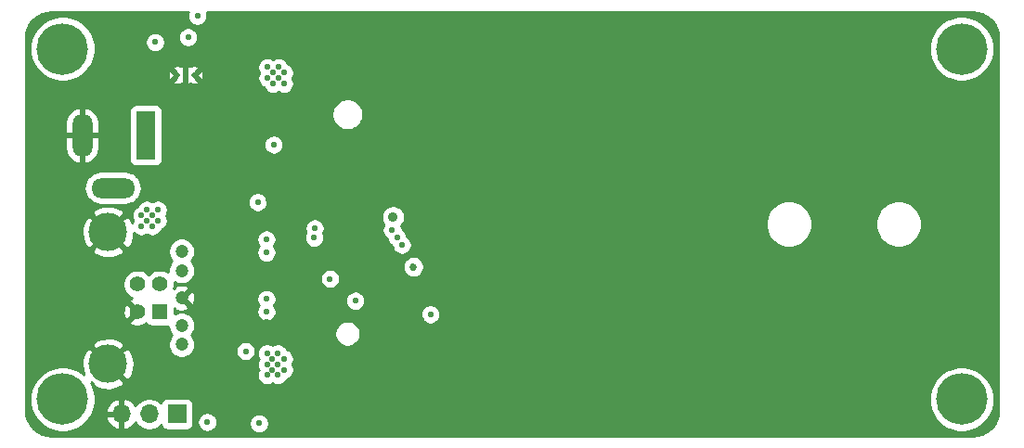
<source format=gbr>
G04 #@! TF.GenerationSoftware,KiCad,Pcbnew,(5.1.6-0-10_14)*
G04 #@! TF.CreationDate,2020-11-21T00:06:08+00:00*
G04 #@! TF.ProjectId,usb3-ngff-carrier,75736233-2d6e-4676-9666-2d6361727269,1*
G04 #@! TF.SameCoordinates,Original*
G04 #@! TF.FileFunction,Copper,L3,Inr*
G04 #@! TF.FilePolarity,Positive*
%FSLAX46Y46*%
G04 Gerber Fmt 4.6, Leading zero omitted, Abs format (unit mm)*
G04 Created by KiCad (PCBNEW (5.1.6-0-10_14)) date 2020-11-21 00:06:08*
%MOMM*%
%LPD*%
G01*
G04 APERTURE LIST*
G04 #@! TA.AperFunction,ViaPad*
%ADD10C,0.500000*%
G04 #@! TD*
G04 #@! TA.AperFunction,ViaPad*
%ADD11O,1.700000X1.700000*%
G04 #@! TD*
G04 #@! TA.AperFunction,ViaPad*
%ADD12R,1.700000X1.700000*%
G04 #@! TD*
G04 #@! TA.AperFunction,ViaPad*
%ADD13C,3.500000*%
G04 #@! TD*
G04 #@! TA.AperFunction,ViaPad*
%ADD14C,1.420000*%
G04 #@! TD*
G04 #@! TA.AperFunction,ViaPad*
%ADD15R,1.420000X1.420000*%
G04 #@! TD*
G04 #@! TA.AperFunction,ViaPad*
%ADD16C,1.200000*%
G04 #@! TD*
G04 #@! TA.AperFunction,ViaPad*
%ADD17R,1.800000X4.400000*%
G04 #@! TD*
G04 #@! TA.AperFunction,ViaPad*
%ADD18O,1.800000X4.000000*%
G04 #@! TD*
G04 #@! TA.AperFunction,ViaPad*
%ADD19O,4.000000X1.800000*%
G04 #@! TD*
G04 #@! TA.AperFunction,ViaPad*
%ADD20C,4.700000*%
G04 #@! TD*
G04 #@! TA.AperFunction,ViaPad*
%ADD21C,0.550000*%
G04 #@! TD*
G04 #@! TA.AperFunction,ViaPad*
%ADD22C,0.889000*%
G04 #@! TD*
G04 #@! TA.AperFunction,ViaPad*
%ADD23C,0.685800*%
G04 #@! TD*
G04 #@! TA.AperFunction,Conductor*
%ADD24C,0.508000*%
G04 #@! TD*
G04 #@! TA.AperFunction,Conductor*
%ADD25C,0.254000*%
G04 #@! TD*
G04 APERTURE END LIST*
D10*
X14500000Y-6400000D03*
X15250000Y-6400000D03*
X16000000Y-6400000D03*
D11*
X9370000Y-37350000D03*
X11910000Y-37350000D03*
D12*
X14450000Y-37350000D03*
D13*
X8150000Y-20730000D03*
X8150000Y-32770000D03*
D14*
X10860000Y-25500000D03*
X10860000Y-28000000D03*
X12859999Y-25500000D03*
D15*
X12859999Y-28000000D03*
D16*
X14860000Y-22500000D03*
X14860000Y-24250000D03*
X14860000Y-31000000D03*
X14860000Y-29250000D03*
X14860000Y-26750000D03*
D17*
X11600000Y-11900000D03*
D18*
X5800000Y-11900000D03*
D19*
X8600000Y-16700000D03*
D20*
X4000000Y-36000000D03*
X86000000Y-36000000D03*
X86000000Y-4000000D03*
X4000000Y-4000000D03*
D21*
X22730000Y-8480000D03*
X23230000Y-8980000D03*
X22730000Y-9480000D03*
X23230000Y-9980000D03*
X17860000Y-8430000D03*
X18360000Y-9930000D03*
X18360000Y-8930000D03*
X17860000Y-9430000D03*
X45000000Y-22500000D03*
X45000000Y-30000000D03*
X45000000Y-25000000D03*
X42500000Y-30000000D03*
X47500000Y-7500000D03*
X50000000Y-7500000D03*
X52500000Y-7500000D03*
X55000000Y-7500000D03*
X57500000Y-7500000D03*
X60000000Y-7500000D03*
X62500000Y-7500000D03*
X65000000Y-7500000D03*
X67500000Y-7500000D03*
X70000000Y-7500000D03*
X72500000Y-7500000D03*
X75000000Y-7500000D03*
X77500000Y-7500000D03*
X80000000Y-7500000D03*
X82500000Y-7500000D03*
X85000000Y-7500000D03*
X87500000Y-7500000D03*
X87500000Y-10000000D03*
X85000000Y-10000000D03*
X87500000Y-32500000D03*
X87500000Y-30000000D03*
X87500000Y-27500000D03*
X87500000Y-25000000D03*
X87500000Y-22500000D03*
X87500000Y-20000000D03*
X87500000Y-20000000D03*
X87500000Y-15000000D03*
X87500000Y-17500000D03*
X87500000Y-12500000D03*
X85000000Y-12500000D03*
X82500000Y-10000000D03*
X82500000Y-12500000D03*
X80000000Y-10000000D03*
X80000000Y-12500000D03*
X77500000Y-10000000D03*
X77500000Y-12500000D03*
X75000000Y-10000000D03*
X75000000Y-12500000D03*
X72500000Y-10000000D03*
X72500000Y-12500000D03*
X70000000Y-10000000D03*
X70000000Y-10000000D03*
X67500000Y-10000000D03*
X67500000Y-12500000D03*
X70000000Y-12500000D03*
X65000000Y-12500000D03*
X65000000Y-10000000D03*
X62500000Y-10000000D03*
X62500000Y-12500000D03*
X60000000Y-12500000D03*
X57500000Y-10000000D03*
X60000000Y-10000000D03*
X57500000Y-12500000D03*
X55000000Y-12500000D03*
X55000000Y-10000000D03*
X52500000Y-10000000D03*
X52500000Y-12500000D03*
X50000000Y-12500000D03*
X50000000Y-10000000D03*
X47500000Y-10000000D03*
X47500000Y-12500000D03*
X45000000Y-12500000D03*
X45000000Y-10000000D03*
X45000000Y-15000000D03*
X45000000Y-17500000D03*
X45000000Y-17500000D03*
X45000000Y-20000000D03*
X47500000Y-32500000D03*
X47500000Y-30000000D03*
X47500000Y-27500000D03*
X47500000Y-25000000D03*
X47500000Y-22500000D03*
X47500000Y-20000000D03*
X47500000Y-17500000D03*
X47500000Y-15000000D03*
X50000000Y-15000000D03*
X50000000Y-17500000D03*
X50000000Y-20000000D03*
X50000000Y-22500000D03*
X52500000Y-17500000D03*
X52500000Y-15000000D03*
X52500000Y-20000000D03*
X52500000Y-22500000D03*
X55000000Y-15000000D03*
X55000000Y-17500000D03*
X55000000Y-20000000D03*
X55000000Y-22500000D03*
X57500000Y-15000000D03*
X57500000Y-17500000D03*
X57500000Y-20000000D03*
X60000000Y-15000000D03*
X60000000Y-17500000D03*
X62500000Y-15000000D03*
X62500000Y-17500000D03*
X65000000Y-15000000D03*
X65000000Y-17500000D03*
X67500000Y-15000000D03*
X70000000Y-15000000D03*
X72500000Y-15000000D03*
X75000000Y-15000000D03*
X77500000Y-15000000D03*
X80000000Y-15000000D03*
X82500000Y-15000000D03*
X85000000Y-15000000D03*
X85000000Y-17500000D03*
X75000000Y-17500000D03*
X75000000Y-20000000D03*
X75000000Y-22500000D03*
X77500000Y-25000000D03*
X75000000Y-25000000D03*
X80000000Y-25000000D03*
X82500000Y-25000000D03*
X85000000Y-25000000D03*
X85000000Y-22500000D03*
X85000000Y-20000000D03*
X72500000Y-25000000D03*
X70000000Y-25000000D03*
X67500000Y-25000000D03*
X65000000Y-25000000D03*
X65000000Y-22500000D03*
X65000000Y-20000000D03*
X85000000Y-27500000D03*
X82500000Y-27500000D03*
X85000000Y-30000000D03*
X82500000Y-30000000D03*
X85000000Y-32500000D03*
X82500000Y-32500000D03*
X82500000Y-35000000D03*
X82500000Y-5000000D03*
X80000000Y-5000000D03*
X77500000Y-5000000D03*
X75000000Y-5000000D03*
X72500000Y-5000000D03*
X70000000Y-5000000D03*
X67500000Y-5000000D03*
X65000000Y-5000000D03*
X62500000Y-5000000D03*
X60000000Y-5000000D03*
X57500000Y-5000000D03*
X55000000Y-5000000D03*
X52500000Y-5000000D03*
X50000000Y-5000000D03*
X50000000Y-35000000D03*
X50000000Y-32500000D03*
X50000000Y-30000000D03*
X50000000Y-27500000D03*
X50000000Y-25000000D03*
X52500000Y-25000000D03*
X55000000Y-25000000D03*
X57500000Y-25000000D03*
X57500000Y-22500000D03*
X60000000Y-22500000D03*
X60000000Y-20000000D03*
X62500000Y-20000000D03*
X62500000Y-22500000D03*
X60000000Y-25000000D03*
X62500000Y-25000000D03*
X52500000Y-27500000D03*
X55000000Y-27500000D03*
X57500000Y-27500000D03*
X47500000Y-5000000D03*
X45000000Y-7500000D03*
X42500000Y-10000000D03*
X42500000Y-12500000D03*
X42500000Y-15000000D03*
X42500000Y-17500000D03*
X47500000Y-35000000D03*
X52500000Y-35000000D03*
X52500000Y-32500000D03*
X52500000Y-30000000D03*
X55000000Y-30000000D03*
X55000000Y-32500000D03*
X55000000Y-35000000D03*
X57500000Y-35000000D03*
X57500000Y-32500000D03*
X57500000Y-30000000D03*
X60000000Y-30000000D03*
X60000000Y-30000000D03*
X60000000Y-32500000D03*
X60000000Y-35000000D03*
X62500000Y-35000000D03*
X62500000Y-32500000D03*
X62500000Y-30000000D03*
X60000000Y-27500000D03*
X62500000Y-27500000D03*
X65000000Y-27500000D03*
X67500000Y-27500000D03*
X70000000Y-27500000D03*
X65000000Y-30000000D03*
X67500000Y-30000000D03*
X70000000Y-30000000D03*
X65000000Y-32500000D03*
X67500000Y-32500000D03*
X70000000Y-32500000D03*
X70000000Y-35000000D03*
X67500000Y-35000000D03*
X65000000Y-35000000D03*
X72500000Y-27500000D03*
X80000000Y-27500000D03*
X77500000Y-27500000D03*
X75000000Y-27500000D03*
X72500000Y-30000000D03*
X75000000Y-30000000D03*
X77500000Y-30000000D03*
X80000000Y-30000000D03*
X80000000Y-32500000D03*
X77500000Y-32500000D03*
X72500000Y-32500000D03*
X75000000Y-32500000D03*
X72500000Y-35000000D03*
X75000000Y-35000000D03*
X77500000Y-35000000D03*
X80000000Y-35000000D03*
X12500000Y-34000000D03*
X13500000Y-34000000D03*
X14500000Y-34000000D03*
X15500000Y-34000000D03*
X16500000Y-34000000D03*
X25000000Y-1500000D03*
X27250000Y-1500000D03*
X25750000Y-1500000D03*
X26500000Y-1500000D03*
X28500000Y-2650000D03*
X31700000Y-3450000D03*
X32450000Y-3450000D03*
X29250000Y-2650000D03*
X30000000Y-2650000D03*
X30950000Y-3450000D03*
X26850000Y-37700000D03*
X27600000Y-37700000D03*
X25350000Y-37700000D03*
X26100000Y-37700000D03*
X28850000Y-36750000D03*
X29600000Y-36750000D03*
X30350000Y-36750000D03*
X31100000Y-35950000D03*
X31850000Y-35950000D03*
X32600000Y-35950000D03*
X23300000Y-30300000D03*
X22600000Y-28900000D03*
X26500000Y-28550000D03*
X26250000Y-15250000D03*
X26250000Y-16750000D03*
X26250000Y-18250000D03*
X22750000Y-19750000D03*
X36750000Y-10500000D03*
X36750000Y-12000000D03*
X36750000Y-28750000D03*
X36750000Y-30050000D03*
X33800000Y-3900000D03*
X33700000Y-35600000D03*
X18100000Y-1000000D03*
X14500000Y-1000000D03*
X26500000Y-26750000D03*
X13400000Y-30100000D03*
X13400000Y-30900000D03*
X12800000Y-31300000D03*
X12800000Y-30500000D03*
X12800000Y-29700000D03*
X26400000Y-22750000D03*
X37550000Y-29400000D03*
X37550000Y-11300000D03*
X27950000Y-9600000D03*
X27950000Y-30350000D03*
X17000000Y-29500000D03*
X18000000Y-28500000D03*
X19000000Y-27500000D03*
X22750000Y-18750000D03*
X22750000Y-17750000D03*
X22750000Y-16750000D03*
X22750000Y-15750000D03*
X22750000Y-14700000D03*
X22100000Y-12500000D03*
X22950000Y-11550000D03*
X21500000Y-25750000D03*
X22600000Y-25750000D03*
X28600000Y-20400000D03*
X7800000Y-25000000D03*
X7000000Y-25600000D03*
X6300000Y-26400000D03*
X6200000Y-27600000D03*
X6200000Y-28800000D03*
X6800000Y-29800000D03*
X18800000Y-31800000D03*
X19600000Y-31000000D03*
X20400000Y-30200000D03*
X21200000Y-29400000D03*
X29500000Y-22000000D03*
X29500000Y-24000000D03*
X16750000Y-23750000D03*
X16750000Y-25500000D03*
X19250000Y-22750000D03*
X18250000Y-24000000D03*
X27400000Y-16000000D03*
X27400000Y-17400000D03*
X27400000Y-12200000D03*
X27400000Y-10800000D03*
X26250000Y-11500000D03*
X35100000Y-25000000D03*
X42600000Y-22100000D03*
X42600000Y-23900000D03*
X42600000Y-23000000D03*
X37800000Y-23100000D03*
X40000000Y-17500000D03*
X40000000Y-15000000D03*
X40000000Y-12500000D03*
X40000000Y-10000000D03*
X42500000Y-7500000D03*
X45000000Y-5000000D03*
X40000000Y-20000000D03*
X42500000Y-20000000D03*
X40000000Y-30000000D03*
X42500000Y-32500000D03*
X45000000Y-32500000D03*
X45000000Y-35000000D03*
X67500000Y-17500000D03*
X72500000Y-17500000D03*
X72500000Y-22500000D03*
X67500000Y-22500000D03*
X77500000Y-17500000D03*
X82500000Y-17500000D03*
X82500000Y-22500000D03*
X77500000Y-22500000D03*
X12700000Y-18700000D03*
X11200000Y-19200000D03*
X11700000Y-18700000D03*
X12200000Y-20200000D03*
X11200000Y-20200000D03*
X12200000Y-19200000D03*
X11700000Y-19700000D03*
X12700000Y-19700000D03*
X22600000Y-28000000D03*
X20700000Y-31600000D03*
X30700000Y-27000000D03*
X34950000Y-21900000D03*
X34500000Y-21200000D03*
X34050000Y-20550000D03*
D22*
X34150000Y-19350000D03*
D23*
X36000000Y-23900000D03*
D21*
X22600000Y-26850000D03*
X28400000Y-25000000D03*
X22600000Y-22600000D03*
X22600000Y-21400000D03*
X26950000Y-21250000D03*
X27000000Y-20400000D03*
X23250000Y-12750000D03*
X21800000Y-18000000D03*
X22700000Y-5690000D03*
X23700000Y-6690000D03*
X23200000Y-7190000D03*
X23200000Y-6190000D03*
X22700000Y-6690000D03*
X24200000Y-6190000D03*
X23700000Y-5690000D03*
X24200000Y-7190000D03*
X24200000Y-32300000D03*
X24200000Y-33300000D03*
X22650000Y-33800000D03*
X22650000Y-32800000D03*
X22650000Y-31800000D03*
X23150000Y-32300000D03*
X23150000Y-33300000D03*
X23650000Y-33800000D03*
X23650000Y-32800000D03*
X23650000Y-31800000D03*
X16300000Y-1000000D03*
X17200000Y-38075000D03*
X21925000Y-38200000D03*
X37550000Y-28250000D03*
X15450000Y-2950000D03*
X12450000Y-3400000D03*
D24*
X15250000Y-6400000D02*
X15250000Y-5525000D01*
X15250000Y-6400000D02*
X15250000Y-7425000D01*
D25*
G36*
X15424971Y-734563D02*
G01*
X15390000Y-910373D01*
X15390000Y-1089627D01*
X15424971Y-1265437D01*
X15493569Y-1431047D01*
X15593157Y-1580091D01*
X15719909Y-1706843D01*
X15868953Y-1806431D01*
X16034563Y-1875029D01*
X16210373Y-1910000D01*
X16389627Y-1910000D01*
X16565437Y-1875029D01*
X16731047Y-1806431D01*
X16880091Y-1706843D01*
X17006843Y-1580091D01*
X17106431Y-1431047D01*
X17175029Y-1265437D01*
X17210000Y-1089627D01*
X17210000Y-910373D01*
X17175029Y-734563D01*
X17141679Y-654050D01*
X86968015Y-654050D01*
X87455052Y-701805D01*
X87892779Y-833962D01*
X88296493Y-1048620D01*
X88650827Y-1337608D01*
X88942279Y-1689913D01*
X89159752Y-2092122D01*
X89294962Y-2528910D01*
X89345950Y-3014027D01*
X89345951Y-36968006D01*
X89298195Y-37455052D01*
X89166039Y-37892777D01*
X88951380Y-38296494D01*
X88662392Y-38650827D01*
X88310084Y-38942282D01*
X87907877Y-39159753D01*
X87471085Y-39294963D01*
X86985972Y-39345950D01*
X3031984Y-39345950D01*
X2544948Y-39298195D01*
X2107223Y-39166039D01*
X1703506Y-38951380D01*
X1349173Y-38662392D01*
X1057718Y-38310084D01*
X840247Y-37907877D01*
X705037Y-37471085D01*
X654050Y-36985972D01*
X654050Y-35706003D01*
X1015000Y-35706003D01*
X1015000Y-36293997D01*
X1129712Y-36870692D01*
X1354727Y-37413928D01*
X1681399Y-37902826D01*
X2097174Y-38318601D01*
X2586072Y-38645273D01*
X3129308Y-38870288D01*
X3706003Y-38985000D01*
X4293997Y-38985000D01*
X4870692Y-38870288D01*
X5413928Y-38645273D01*
X5902826Y-38318601D01*
X6318601Y-37902826D01*
X6449520Y-37706891D01*
X7928519Y-37706891D01*
X8025843Y-37981252D01*
X8174822Y-38231355D01*
X8369731Y-38447588D01*
X8603080Y-38621641D01*
X8865901Y-38746825D01*
X9013110Y-38791476D01*
X9243000Y-38670155D01*
X9243000Y-37477000D01*
X8049186Y-37477000D01*
X7928519Y-37706891D01*
X6449520Y-37706891D01*
X6645273Y-37413928D01*
X6819581Y-36993109D01*
X7928519Y-36993109D01*
X8049186Y-37223000D01*
X9243000Y-37223000D01*
X9243000Y-36029845D01*
X9497000Y-36029845D01*
X9497000Y-37223000D01*
X9517000Y-37223000D01*
X9517000Y-37477000D01*
X9497000Y-37477000D01*
X9497000Y-38670155D01*
X9726890Y-38791476D01*
X9874099Y-38746825D01*
X10136920Y-38621641D01*
X10370269Y-38447588D01*
X10565178Y-38231355D01*
X10634805Y-38114466D01*
X10756525Y-38296632D01*
X10963368Y-38503475D01*
X11206589Y-38665990D01*
X11476842Y-38777932D01*
X11763740Y-38835000D01*
X12056260Y-38835000D01*
X12343158Y-38777932D01*
X12613411Y-38665990D01*
X12856632Y-38503475D01*
X12988487Y-38371620D01*
X13010498Y-38444180D01*
X13069463Y-38554494D01*
X13148815Y-38651185D01*
X13245506Y-38730537D01*
X13355820Y-38789502D01*
X13475518Y-38825812D01*
X13600000Y-38838072D01*
X15300000Y-38838072D01*
X15424482Y-38825812D01*
X15544180Y-38789502D01*
X15654494Y-38730537D01*
X15751185Y-38651185D01*
X15830537Y-38554494D01*
X15889502Y-38444180D01*
X15925812Y-38324482D01*
X15938072Y-38200000D01*
X15938072Y-37985373D01*
X16290000Y-37985373D01*
X16290000Y-38164627D01*
X16324971Y-38340437D01*
X16393569Y-38506047D01*
X16493157Y-38655091D01*
X16619909Y-38781843D01*
X16768953Y-38881431D01*
X16934563Y-38950029D01*
X17110373Y-38985000D01*
X17289627Y-38985000D01*
X17465437Y-38950029D01*
X17631047Y-38881431D01*
X17780091Y-38781843D01*
X17906843Y-38655091D01*
X18006431Y-38506047D01*
X18075029Y-38340437D01*
X18110000Y-38164627D01*
X18110000Y-38110373D01*
X21015000Y-38110373D01*
X21015000Y-38289627D01*
X21049971Y-38465437D01*
X21118569Y-38631047D01*
X21218157Y-38780091D01*
X21344909Y-38906843D01*
X21493953Y-39006431D01*
X21659563Y-39075029D01*
X21835373Y-39110000D01*
X22014627Y-39110000D01*
X22190437Y-39075029D01*
X22356047Y-39006431D01*
X22505091Y-38906843D01*
X22631843Y-38780091D01*
X22731431Y-38631047D01*
X22800029Y-38465437D01*
X22835000Y-38289627D01*
X22835000Y-38110373D01*
X22800029Y-37934563D01*
X22731431Y-37768953D01*
X22631843Y-37619909D01*
X22505091Y-37493157D01*
X22356047Y-37393569D01*
X22190437Y-37324971D01*
X22014627Y-37290000D01*
X21835373Y-37290000D01*
X21659563Y-37324971D01*
X21493953Y-37393569D01*
X21344909Y-37493157D01*
X21218157Y-37619909D01*
X21118569Y-37768953D01*
X21049971Y-37934563D01*
X21015000Y-38110373D01*
X18110000Y-38110373D01*
X18110000Y-37985373D01*
X18075029Y-37809563D01*
X18006431Y-37643953D01*
X17906843Y-37494909D01*
X17780091Y-37368157D01*
X17631047Y-37268569D01*
X17465437Y-37199971D01*
X17289627Y-37165000D01*
X17110373Y-37165000D01*
X16934563Y-37199971D01*
X16768953Y-37268569D01*
X16619909Y-37368157D01*
X16493157Y-37494909D01*
X16393569Y-37643953D01*
X16324971Y-37809563D01*
X16290000Y-37985373D01*
X15938072Y-37985373D01*
X15938072Y-36500000D01*
X15925812Y-36375518D01*
X15889502Y-36255820D01*
X15830537Y-36145506D01*
X15751185Y-36048815D01*
X15654494Y-35969463D01*
X15544180Y-35910498D01*
X15424482Y-35874188D01*
X15300000Y-35861928D01*
X13600000Y-35861928D01*
X13475518Y-35874188D01*
X13355820Y-35910498D01*
X13245506Y-35969463D01*
X13148815Y-36048815D01*
X13069463Y-36145506D01*
X13010498Y-36255820D01*
X12988487Y-36328380D01*
X12856632Y-36196525D01*
X12613411Y-36034010D01*
X12343158Y-35922068D01*
X12056260Y-35865000D01*
X11763740Y-35865000D01*
X11476842Y-35922068D01*
X11206589Y-36034010D01*
X10963368Y-36196525D01*
X10756525Y-36403368D01*
X10634805Y-36585534D01*
X10565178Y-36468645D01*
X10370269Y-36252412D01*
X10136920Y-36078359D01*
X9874099Y-35953175D01*
X9726890Y-35908524D01*
X9497000Y-36029845D01*
X9243000Y-36029845D01*
X9013110Y-35908524D01*
X8865901Y-35953175D01*
X8603080Y-36078359D01*
X8369731Y-36252412D01*
X8174822Y-36468645D01*
X8025843Y-36718748D01*
X7928519Y-36993109D01*
X6819581Y-36993109D01*
X6870288Y-36870692D01*
X6985000Y-36293997D01*
X6985000Y-35706003D01*
X83015000Y-35706003D01*
X83015000Y-36293997D01*
X83129712Y-36870692D01*
X83354727Y-37413928D01*
X83681399Y-37902826D01*
X84097174Y-38318601D01*
X84586072Y-38645273D01*
X85129308Y-38870288D01*
X85706003Y-38985000D01*
X86293997Y-38985000D01*
X86870692Y-38870288D01*
X87413928Y-38645273D01*
X87902826Y-38318601D01*
X88318601Y-37902826D01*
X88645273Y-37413928D01*
X88870288Y-36870692D01*
X88985000Y-36293997D01*
X88985000Y-35706003D01*
X88870288Y-35129308D01*
X88645273Y-34586072D01*
X88318601Y-34097174D01*
X87902826Y-33681399D01*
X87413928Y-33354727D01*
X86870692Y-33129712D01*
X86293997Y-33015000D01*
X85706003Y-33015000D01*
X85129308Y-33129712D01*
X84586072Y-33354727D01*
X84097174Y-33681399D01*
X83681399Y-34097174D01*
X83354727Y-34586072D01*
X83129712Y-35129308D01*
X83015000Y-35706003D01*
X6985000Y-35706003D01*
X6870288Y-35129308D01*
X6645273Y-34586072D01*
X6592506Y-34507102D01*
X6659998Y-34439610D01*
X6846073Y-34780766D01*
X7263409Y-34996513D01*
X7714815Y-35126696D01*
X8182946Y-35166313D01*
X8649811Y-35113842D01*
X9097468Y-34971297D01*
X9453927Y-34780766D01*
X9640003Y-34439609D01*
X8150000Y-32949605D01*
X8135858Y-32963748D01*
X7956252Y-32784142D01*
X7970395Y-32770000D01*
X8329605Y-32770000D01*
X9819609Y-34260003D01*
X10160766Y-34073927D01*
X10376513Y-33656591D01*
X10506696Y-33205185D01*
X10546313Y-32737054D01*
X10493842Y-32270189D01*
X10351297Y-31822532D01*
X10160766Y-31466073D01*
X9819609Y-31279997D01*
X8329605Y-32770000D01*
X7970395Y-32770000D01*
X6480391Y-31279997D01*
X6139234Y-31466073D01*
X5923487Y-31883409D01*
X5793304Y-32334815D01*
X5753687Y-32802946D01*
X5806158Y-33269811D01*
X5948703Y-33717468D01*
X5959965Y-33738538D01*
X5902826Y-33681399D01*
X5413928Y-33354727D01*
X4870692Y-33129712D01*
X4293997Y-33015000D01*
X3706003Y-33015000D01*
X3129308Y-33129712D01*
X2586072Y-33354727D01*
X2097174Y-33681399D01*
X1681399Y-34097174D01*
X1354727Y-34586072D01*
X1129712Y-35129308D01*
X1015000Y-35706003D01*
X654050Y-35706003D01*
X654050Y-31100391D01*
X6659997Y-31100391D01*
X8150000Y-32590395D01*
X9640003Y-31100391D01*
X9453927Y-30759234D01*
X9036591Y-30543487D01*
X8585185Y-30413304D01*
X8117054Y-30373687D01*
X7650189Y-30426158D01*
X7202532Y-30568703D01*
X6846073Y-30759234D01*
X6659997Y-31100391D01*
X654050Y-31100391D01*
X654050Y-28074077D01*
X9510523Y-28074077D01*
X9550905Y-28335922D01*
X9641594Y-28584859D01*
X9696797Y-28688137D01*
X9931584Y-28748811D01*
X10680395Y-28000000D01*
X9931584Y-27251189D01*
X9696797Y-27311863D01*
X9584898Y-27552015D01*
X9522002Y-27809383D01*
X9510523Y-28074077D01*
X654050Y-28074077D01*
X654050Y-25367529D01*
X9515000Y-25367529D01*
X9515000Y-25632471D01*
X9566687Y-25892322D01*
X9668076Y-26137096D01*
X9815270Y-26357388D01*
X10002612Y-26544730D01*
X10222904Y-26691924D01*
X10362528Y-26749758D01*
X10275141Y-26781594D01*
X10171863Y-26836797D01*
X10111189Y-27071584D01*
X10860000Y-27820395D01*
X10874143Y-27806253D01*
X11053748Y-27985858D01*
X11039605Y-28000000D01*
X11053748Y-28014143D01*
X10874143Y-28193748D01*
X10860000Y-28179605D01*
X10111189Y-28928416D01*
X10171863Y-29163203D01*
X10412015Y-29275102D01*
X10669383Y-29337998D01*
X10934077Y-29349477D01*
X11195922Y-29309095D01*
X11444859Y-29218406D01*
X11548137Y-29163203D01*
X11588577Y-29006714D01*
X11619462Y-29064494D01*
X11698814Y-29161185D01*
X11795505Y-29240537D01*
X11905819Y-29299502D01*
X12025517Y-29335812D01*
X12149999Y-29348072D01*
X13569999Y-29348072D01*
X13625000Y-29342655D01*
X13625000Y-29371637D01*
X13672460Y-29610236D01*
X13765557Y-29834992D01*
X13900713Y-30037267D01*
X13988446Y-30125000D01*
X13900713Y-30212733D01*
X13765557Y-30415008D01*
X13672460Y-30639764D01*
X13625000Y-30878363D01*
X13625000Y-31121637D01*
X13672460Y-31360236D01*
X13765557Y-31584992D01*
X13900713Y-31787267D01*
X14072733Y-31959287D01*
X14275008Y-32094443D01*
X14499764Y-32187540D01*
X14738363Y-32235000D01*
X14981637Y-32235000D01*
X15220236Y-32187540D01*
X15444992Y-32094443D01*
X15647267Y-31959287D01*
X15819287Y-31787267D01*
X15954443Y-31584992D01*
X15985351Y-31510373D01*
X19790000Y-31510373D01*
X19790000Y-31689627D01*
X19824971Y-31865437D01*
X19893569Y-32031047D01*
X19993157Y-32180091D01*
X20119909Y-32306843D01*
X20268953Y-32406431D01*
X20434563Y-32475029D01*
X20610373Y-32510000D01*
X20789627Y-32510000D01*
X20965437Y-32475029D01*
X21131047Y-32406431D01*
X21280091Y-32306843D01*
X21406843Y-32180091D01*
X21506431Y-32031047D01*
X21575029Y-31865437D01*
X21605873Y-31710373D01*
X21740000Y-31710373D01*
X21740000Y-31889627D01*
X21774971Y-32065437D01*
X21843569Y-32231047D01*
X21889642Y-32300000D01*
X21843569Y-32368953D01*
X21774971Y-32534563D01*
X21740000Y-32710373D01*
X21740000Y-32889627D01*
X21774971Y-33065437D01*
X21843569Y-33231047D01*
X21889642Y-33300000D01*
X21843569Y-33368953D01*
X21774971Y-33534563D01*
X21740000Y-33710373D01*
X21740000Y-33889627D01*
X21774971Y-34065437D01*
X21843569Y-34231047D01*
X21943157Y-34380091D01*
X22069909Y-34506843D01*
X22218953Y-34606431D01*
X22384563Y-34675029D01*
X22560373Y-34710000D01*
X22739627Y-34710000D01*
X22915437Y-34675029D01*
X23081047Y-34606431D01*
X23150000Y-34560358D01*
X23218953Y-34606431D01*
X23384563Y-34675029D01*
X23560373Y-34710000D01*
X23739627Y-34710000D01*
X23915437Y-34675029D01*
X24081047Y-34606431D01*
X24230091Y-34506843D01*
X24356843Y-34380091D01*
X24456431Y-34231047D01*
X24482575Y-34167930D01*
X24631047Y-34106431D01*
X24780091Y-34006843D01*
X24906843Y-33880091D01*
X25006431Y-33731047D01*
X25075029Y-33565437D01*
X25110000Y-33389627D01*
X25110000Y-33210373D01*
X25075029Y-33034563D01*
X25006431Y-32868953D01*
X24960358Y-32800000D01*
X25006431Y-32731047D01*
X25075029Y-32565437D01*
X25110000Y-32389627D01*
X25110000Y-32210373D01*
X25075029Y-32034563D01*
X25006431Y-31868953D01*
X24906843Y-31719909D01*
X24780091Y-31593157D01*
X24631047Y-31493569D01*
X24482575Y-31432070D01*
X24456431Y-31368953D01*
X24356843Y-31219909D01*
X24230091Y-31093157D01*
X24081047Y-30993569D01*
X23915437Y-30924971D01*
X23739627Y-30890000D01*
X23560373Y-30890000D01*
X23384563Y-30924971D01*
X23218953Y-30993569D01*
X23150000Y-31039642D01*
X23081047Y-30993569D01*
X22915437Y-30924971D01*
X22739627Y-30890000D01*
X22560373Y-30890000D01*
X22384563Y-30924971D01*
X22218953Y-30993569D01*
X22069909Y-31093157D01*
X21943157Y-31219909D01*
X21843569Y-31368953D01*
X21774971Y-31534563D01*
X21740000Y-31710373D01*
X21605873Y-31710373D01*
X21610000Y-31689627D01*
X21610000Y-31510373D01*
X21575029Y-31334563D01*
X21506431Y-31168953D01*
X21406843Y-31019909D01*
X21280091Y-30893157D01*
X21131047Y-30793569D01*
X20965437Y-30724971D01*
X20789627Y-30690000D01*
X20610373Y-30690000D01*
X20434563Y-30724971D01*
X20268953Y-30793569D01*
X20119909Y-30893157D01*
X19993157Y-31019909D01*
X19893569Y-31168953D01*
X19824971Y-31334563D01*
X19790000Y-31510373D01*
X15985351Y-31510373D01*
X16047540Y-31360236D01*
X16095000Y-31121637D01*
X16095000Y-30878363D01*
X16047540Y-30639764D01*
X15954443Y-30415008D01*
X15819287Y-30212733D01*
X15731554Y-30125000D01*
X15819287Y-30037267D01*
X15922172Y-29883288D01*
X28815000Y-29883288D01*
X28815000Y-30116712D01*
X28860539Y-30345652D01*
X28949866Y-30561308D01*
X29079550Y-30755394D01*
X29244606Y-30920450D01*
X29438692Y-31050134D01*
X29654348Y-31139461D01*
X29883288Y-31185000D01*
X30116712Y-31185000D01*
X30345652Y-31139461D01*
X30561308Y-31050134D01*
X30755394Y-30920450D01*
X30920450Y-30755394D01*
X31050134Y-30561308D01*
X31139461Y-30345652D01*
X31185000Y-30116712D01*
X31185000Y-29883288D01*
X31139461Y-29654348D01*
X31050134Y-29438692D01*
X30920450Y-29244606D01*
X30755394Y-29079550D01*
X30561308Y-28949866D01*
X30345652Y-28860539D01*
X30116712Y-28815000D01*
X29883288Y-28815000D01*
X29654348Y-28860539D01*
X29438692Y-28949866D01*
X29244606Y-29079550D01*
X29079550Y-29244606D01*
X28949866Y-29438692D01*
X28860539Y-29654348D01*
X28815000Y-29883288D01*
X15922172Y-29883288D01*
X15954443Y-29834992D01*
X16047540Y-29610236D01*
X16095000Y-29371637D01*
X16095000Y-29128363D01*
X16047540Y-28889764D01*
X15954443Y-28665008D01*
X15819287Y-28462733D01*
X15647267Y-28290713D01*
X15444992Y-28155557D01*
X15220236Y-28062460D01*
X14981637Y-28015000D01*
X14738363Y-28015000D01*
X14499764Y-28062460D01*
X14275008Y-28155557D01*
X14208071Y-28200283D01*
X14208071Y-27685923D01*
X14237148Y-27823348D01*
X14458516Y-27924237D01*
X14695313Y-27980000D01*
X14938438Y-27988495D01*
X15178549Y-27949395D01*
X15406418Y-27864202D01*
X15482852Y-27823348D01*
X15530159Y-27599764D01*
X14860000Y-26929605D01*
X14845858Y-26943748D01*
X14666253Y-26764143D01*
X14680395Y-26750000D01*
X15039605Y-26750000D01*
X15709764Y-27420159D01*
X15933348Y-27372852D01*
X16034237Y-27151484D01*
X16090000Y-26914687D01*
X16095391Y-26760373D01*
X21690000Y-26760373D01*
X21690000Y-26939627D01*
X21724971Y-27115437D01*
X21793569Y-27281047D01*
X21889755Y-27425000D01*
X21793569Y-27568953D01*
X21724971Y-27734563D01*
X21690000Y-27910373D01*
X21690000Y-28089627D01*
X21724971Y-28265437D01*
X21793569Y-28431047D01*
X21893157Y-28580091D01*
X22019909Y-28706843D01*
X22168953Y-28806431D01*
X22334563Y-28875029D01*
X22510373Y-28910000D01*
X22689627Y-28910000D01*
X22865437Y-28875029D01*
X23031047Y-28806431D01*
X23180091Y-28706843D01*
X23306843Y-28580091D01*
X23406431Y-28431047D01*
X23475029Y-28265437D01*
X23495927Y-28160373D01*
X36640000Y-28160373D01*
X36640000Y-28339627D01*
X36674971Y-28515437D01*
X36743569Y-28681047D01*
X36843157Y-28830091D01*
X36969909Y-28956843D01*
X37118953Y-29056431D01*
X37284563Y-29125029D01*
X37460373Y-29160000D01*
X37639627Y-29160000D01*
X37815437Y-29125029D01*
X37981047Y-29056431D01*
X38130091Y-28956843D01*
X38256843Y-28830091D01*
X38356431Y-28681047D01*
X38425029Y-28515437D01*
X38460000Y-28339627D01*
X38460000Y-28160373D01*
X38425029Y-27984563D01*
X38356431Y-27818953D01*
X38256843Y-27669909D01*
X38130091Y-27543157D01*
X37981047Y-27443569D01*
X37815437Y-27374971D01*
X37639627Y-27340000D01*
X37460373Y-27340000D01*
X37284563Y-27374971D01*
X37118953Y-27443569D01*
X36969909Y-27543157D01*
X36843157Y-27669909D01*
X36743569Y-27818953D01*
X36674971Y-27984563D01*
X36640000Y-28160373D01*
X23495927Y-28160373D01*
X23510000Y-28089627D01*
X23510000Y-27910373D01*
X23475029Y-27734563D01*
X23406431Y-27568953D01*
X23310245Y-27425000D01*
X23406431Y-27281047D01*
X23475029Y-27115437D01*
X23510000Y-26939627D01*
X23510000Y-26910373D01*
X29790000Y-26910373D01*
X29790000Y-27089627D01*
X29824971Y-27265437D01*
X29893569Y-27431047D01*
X29993157Y-27580091D01*
X30119909Y-27706843D01*
X30268953Y-27806431D01*
X30434563Y-27875029D01*
X30610373Y-27910000D01*
X30789627Y-27910000D01*
X30965437Y-27875029D01*
X31131047Y-27806431D01*
X31280091Y-27706843D01*
X31406843Y-27580091D01*
X31506431Y-27431047D01*
X31575029Y-27265437D01*
X31610000Y-27089627D01*
X31610000Y-26910373D01*
X31575029Y-26734563D01*
X31506431Y-26568953D01*
X31406843Y-26419909D01*
X31280091Y-26293157D01*
X31131047Y-26193569D01*
X30965437Y-26124971D01*
X30789627Y-26090000D01*
X30610373Y-26090000D01*
X30434563Y-26124971D01*
X30268953Y-26193569D01*
X30119909Y-26293157D01*
X29993157Y-26419909D01*
X29893569Y-26568953D01*
X29824971Y-26734563D01*
X29790000Y-26910373D01*
X23510000Y-26910373D01*
X23510000Y-26760373D01*
X23475029Y-26584563D01*
X23406431Y-26418953D01*
X23306843Y-26269909D01*
X23180091Y-26143157D01*
X23031047Y-26043569D01*
X22865437Y-25974971D01*
X22689627Y-25940000D01*
X22510373Y-25940000D01*
X22334563Y-25974971D01*
X22168953Y-26043569D01*
X22019909Y-26143157D01*
X21893157Y-26269909D01*
X21793569Y-26418953D01*
X21724971Y-26584563D01*
X21690000Y-26760373D01*
X16095391Y-26760373D01*
X16098495Y-26671562D01*
X16059395Y-26431451D01*
X15974202Y-26203582D01*
X15933348Y-26127148D01*
X15709764Y-26079841D01*
X15039605Y-26750000D01*
X14680395Y-26750000D01*
X14666253Y-26735858D01*
X14845858Y-26556253D01*
X14860000Y-26570395D01*
X15530159Y-25900236D01*
X15482852Y-25676652D01*
X15261484Y-25575763D01*
X15024687Y-25520000D01*
X14781562Y-25511505D01*
X14541451Y-25550605D01*
X14313582Y-25635798D01*
X14237148Y-25676652D01*
X14189842Y-25900234D01*
X14158060Y-25868452D01*
X14204999Y-25632471D01*
X14204999Y-25367529D01*
X14188972Y-25286956D01*
X14275008Y-25344443D01*
X14499764Y-25437540D01*
X14738363Y-25485000D01*
X14981637Y-25485000D01*
X15220236Y-25437540D01*
X15444992Y-25344443D01*
X15647267Y-25209287D01*
X15819287Y-25037267D01*
X15904074Y-24910373D01*
X27490000Y-24910373D01*
X27490000Y-25089627D01*
X27524971Y-25265437D01*
X27593569Y-25431047D01*
X27693157Y-25580091D01*
X27819909Y-25706843D01*
X27968953Y-25806431D01*
X28134563Y-25875029D01*
X28310373Y-25910000D01*
X28489627Y-25910000D01*
X28665437Y-25875029D01*
X28831047Y-25806431D01*
X28980091Y-25706843D01*
X29106843Y-25580091D01*
X29206431Y-25431047D01*
X29275029Y-25265437D01*
X29310000Y-25089627D01*
X29310000Y-24910373D01*
X29275029Y-24734563D01*
X29206431Y-24568953D01*
X29106843Y-24419909D01*
X28980091Y-24293157D01*
X28831047Y-24193569D01*
X28665437Y-24124971D01*
X28489627Y-24090000D01*
X28310373Y-24090000D01*
X28134563Y-24124971D01*
X27968953Y-24193569D01*
X27819909Y-24293157D01*
X27693157Y-24419909D01*
X27593569Y-24568953D01*
X27524971Y-24734563D01*
X27490000Y-24910373D01*
X15904074Y-24910373D01*
X15954443Y-24834992D01*
X16047540Y-24610236D01*
X16095000Y-24371637D01*
X16095000Y-24128363D01*
X16047540Y-23889764D01*
X16011885Y-23803685D01*
X35022100Y-23803685D01*
X35022100Y-23996315D01*
X35059680Y-24185243D01*
X35133396Y-24363210D01*
X35240415Y-24523375D01*
X35376625Y-24659585D01*
X35536790Y-24766604D01*
X35714757Y-24840320D01*
X35903685Y-24877900D01*
X36096315Y-24877900D01*
X36285243Y-24840320D01*
X36463210Y-24766604D01*
X36623375Y-24659585D01*
X36759585Y-24523375D01*
X36866604Y-24363210D01*
X36940320Y-24185243D01*
X36977900Y-23996315D01*
X36977900Y-23803685D01*
X36940320Y-23614757D01*
X36866604Y-23436790D01*
X36759585Y-23276625D01*
X36623375Y-23140415D01*
X36463210Y-23033396D01*
X36285243Y-22959680D01*
X36096315Y-22922100D01*
X35903685Y-22922100D01*
X35714757Y-22959680D01*
X35536790Y-23033396D01*
X35376625Y-23140415D01*
X35240415Y-23276625D01*
X35133396Y-23436790D01*
X35059680Y-23614757D01*
X35022100Y-23803685D01*
X16011885Y-23803685D01*
X15954443Y-23665008D01*
X15819287Y-23462733D01*
X15731554Y-23375000D01*
X15819287Y-23287267D01*
X15954443Y-23084992D01*
X16047540Y-22860236D01*
X16095000Y-22621637D01*
X16095000Y-22378363D01*
X16047540Y-22139764D01*
X15954443Y-21915008D01*
X15819287Y-21712733D01*
X15647267Y-21540713D01*
X15444992Y-21405557D01*
X15220236Y-21312460D01*
X15209744Y-21310373D01*
X21690000Y-21310373D01*
X21690000Y-21489627D01*
X21724971Y-21665437D01*
X21793569Y-21831047D01*
X21893157Y-21980091D01*
X21913066Y-22000000D01*
X21893157Y-22019909D01*
X21793569Y-22168953D01*
X21724971Y-22334563D01*
X21690000Y-22510373D01*
X21690000Y-22689627D01*
X21724971Y-22865437D01*
X21793569Y-23031047D01*
X21893157Y-23180091D01*
X22019909Y-23306843D01*
X22168953Y-23406431D01*
X22334563Y-23475029D01*
X22510373Y-23510000D01*
X22689627Y-23510000D01*
X22865437Y-23475029D01*
X23031047Y-23406431D01*
X23180091Y-23306843D01*
X23306843Y-23180091D01*
X23406431Y-23031047D01*
X23475029Y-22865437D01*
X23510000Y-22689627D01*
X23510000Y-22510373D01*
X23475029Y-22334563D01*
X23406431Y-22168953D01*
X23306843Y-22019909D01*
X23286934Y-22000000D01*
X23306843Y-21980091D01*
X23406431Y-21831047D01*
X23475029Y-21665437D01*
X23510000Y-21489627D01*
X23510000Y-21310373D01*
X23480163Y-21160373D01*
X26040000Y-21160373D01*
X26040000Y-21339627D01*
X26074971Y-21515437D01*
X26143569Y-21681047D01*
X26243157Y-21830091D01*
X26369909Y-21956843D01*
X26518953Y-22056431D01*
X26684563Y-22125029D01*
X26860373Y-22160000D01*
X27039627Y-22160000D01*
X27215437Y-22125029D01*
X27381047Y-22056431D01*
X27530091Y-21956843D01*
X27656843Y-21830091D01*
X27756431Y-21681047D01*
X27825029Y-21515437D01*
X27860000Y-21339627D01*
X27860000Y-21160373D01*
X27825029Y-20984563D01*
X27778658Y-20872613D01*
X27806431Y-20831047D01*
X27875029Y-20665437D01*
X27910000Y-20489627D01*
X27910000Y-20310373D01*
X27875029Y-20134563D01*
X27806431Y-19968953D01*
X27706843Y-19819909D01*
X27580091Y-19693157D01*
X27431047Y-19593569D01*
X27265437Y-19524971D01*
X27089627Y-19490000D01*
X26910373Y-19490000D01*
X26734563Y-19524971D01*
X26568953Y-19593569D01*
X26419909Y-19693157D01*
X26293157Y-19819909D01*
X26193569Y-19968953D01*
X26124971Y-20134563D01*
X26090000Y-20310373D01*
X26090000Y-20489627D01*
X26124971Y-20665437D01*
X26171342Y-20777387D01*
X26143569Y-20818953D01*
X26074971Y-20984563D01*
X26040000Y-21160373D01*
X23480163Y-21160373D01*
X23475029Y-21134563D01*
X23406431Y-20968953D01*
X23306843Y-20819909D01*
X23180091Y-20693157D01*
X23031047Y-20593569D01*
X22865437Y-20524971D01*
X22689627Y-20490000D01*
X22510373Y-20490000D01*
X22334563Y-20524971D01*
X22168953Y-20593569D01*
X22019909Y-20693157D01*
X21893157Y-20819909D01*
X21793569Y-20968953D01*
X21724971Y-21134563D01*
X21690000Y-21310373D01*
X15209744Y-21310373D01*
X14981637Y-21265000D01*
X14738363Y-21265000D01*
X14499764Y-21312460D01*
X14275008Y-21405557D01*
X14072733Y-21540713D01*
X13900713Y-21712733D01*
X13765557Y-21915008D01*
X13672460Y-22139764D01*
X13625000Y-22378363D01*
X13625000Y-22621637D01*
X13672460Y-22860236D01*
X13765557Y-23084992D01*
X13900713Y-23287267D01*
X13988446Y-23375000D01*
X13900713Y-23462733D01*
X13765557Y-23665008D01*
X13672460Y-23889764D01*
X13625000Y-24128363D01*
X13625000Y-24371637D01*
X13630024Y-24396896D01*
X13497095Y-24308076D01*
X13252321Y-24206687D01*
X12992470Y-24155000D01*
X12727528Y-24155000D01*
X12467677Y-24206687D01*
X12222903Y-24308076D01*
X12002611Y-24455270D01*
X11860000Y-24597882D01*
X11717388Y-24455270D01*
X11497096Y-24308076D01*
X11252322Y-24206687D01*
X10992471Y-24155000D01*
X10727529Y-24155000D01*
X10467678Y-24206687D01*
X10222904Y-24308076D01*
X10002612Y-24455270D01*
X9815270Y-24642612D01*
X9668076Y-24862904D01*
X9566687Y-25107678D01*
X9515000Y-25367529D01*
X654050Y-25367529D01*
X654050Y-22399609D01*
X6659997Y-22399609D01*
X6846073Y-22740766D01*
X7263409Y-22956513D01*
X7714815Y-23086696D01*
X8182946Y-23126313D01*
X8649811Y-23073842D01*
X9097468Y-22931297D01*
X9453927Y-22740766D01*
X9640003Y-22399609D01*
X8150000Y-20909605D01*
X6659997Y-22399609D01*
X654050Y-22399609D01*
X654050Y-20762946D01*
X5753687Y-20762946D01*
X5806158Y-21229811D01*
X5948703Y-21677468D01*
X6139234Y-22033927D01*
X6480391Y-22220003D01*
X7970395Y-20730000D01*
X8329605Y-20730000D01*
X9819609Y-22220003D01*
X10160766Y-22033927D01*
X10376513Y-21616591D01*
X10506696Y-21165185D01*
X10535687Y-20822621D01*
X10619909Y-20906843D01*
X10768953Y-21006431D01*
X10934563Y-21075029D01*
X11110373Y-21110000D01*
X11289627Y-21110000D01*
X11465437Y-21075029D01*
X11631047Y-21006431D01*
X11700000Y-20960358D01*
X11768953Y-21006431D01*
X11934563Y-21075029D01*
X12110373Y-21110000D01*
X12289627Y-21110000D01*
X12465437Y-21075029D01*
X12631047Y-21006431D01*
X12780091Y-20906843D01*
X12906843Y-20780091D01*
X13006431Y-20631047D01*
X13042930Y-20542930D01*
X13131047Y-20506431D01*
X13280091Y-20406843D01*
X13406843Y-20280091D01*
X13506431Y-20131047D01*
X13575029Y-19965437D01*
X13610000Y-19789627D01*
X13610000Y-19610373D01*
X13575029Y-19434563D01*
X13506431Y-19268953D01*
X13489544Y-19243679D01*
X33070500Y-19243679D01*
X33070500Y-19456321D01*
X33111985Y-19664878D01*
X33193360Y-19861335D01*
X33304532Y-20027716D01*
X33243569Y-20118953D01*
X33174971Y-20284563D01*
X33140000Y-20460373D01*
X33140000Y-20639627D01*
X33174971Y-20815437D01*
X33243569Y-20981047D01*
X33343157Y-21130091D01*
X33469909Y-21256843D01*
X33600887Y-21344360D01*
X33624971Y-21465437D01*
X33693569Y-21631047D01*
X33793157Y-21780091D01*
X33919909Y-21906843D01*
X34040000Y-21987085D01*
X34040000Y-21989627D01*
X34074971Y-22165437D01*
X34143569Y-22331047D01*
X34243157Y-22480091D01*
X34369909Y-22606843D01*
X34518953Y-22706431D01*
X34684563Y-22775029D01*
X34860373Y-22810000D01*
X35039627Y-22810000D01*
X35215437Y-22775029D01*
X35381047Y-22706431D01*
X35530091Y-22606843D01*
X35656843Y-22480091D01*
X35756431Y-22331047D01*
X35825029Y-22165437D01*
X35860000Y-21989627D01*
X35860000Y-21810373D01*
X35825029Y-21634563D01*
X35756431Y-21468953D01*
X35656843Y-21319909D01*
X35530091Y-21193157D01*
X35410000Y-21112915D01*
X35410000Y-21110373D01*
X35375029Y-20934563D01*
X35306431Y-20768953D01*
X35206843Y-20619909D01*
X35080091Y-20493157D01*
X34949113Y-20405640D01*
X34925029Y-20284563D01*
X34871444Y-20155199D01*
X34988502Y-20038141D01*
X35106640Y-19861335D01*
X35136303Y-19789721D01*
X68115000Y-19789721D01*
X68115000Y-20210279D01*
X68197047Y-20622756D01*
X68357988Y-21011302D01*
X68591637Y-21360983D01*
X68889017Y-21658363D01*
X69238698Y-21892012D01*
X69627244Y-22052953D01*
X70039721Y-22135000D01*
X70460279Y-22135000D01*
X70872756Y-22052953D01*
X71261302Y-21892012D01*
X71610983Y-21658363D01*
X71908363Y-21360983D01*
X72142012Y-21011302D01*
X72302953Y-20622756D01*
X72385000Y-20210279D01*
X72385000Y-19789721D01*
X78115000Y-19789721D01*
X78115000Y-20210279D01*
X78197047Y-20622756D01*
X78357988Y-21011302D01*
X78591637Y-21360983D01*
X78889017Y-21658363D01*
X79238698Y-21892012D01*
X79627244Y-22052953D01*
X80039721Y-22135000D01*
X80460279Y-22135000D01*
X80872756Y-22052953D01*
X81261302Y-21892012D01*
X81610983Y-21658363D01*
X81908363Y-21360983D01*
X82142012Y-21011302D01*
X82302953Y-20622756D01*
X82385000Y-20210279D01*
X82385000Y-19789721D01*
X82302953Y-19377244D01*
X82142012Y-18988698D01*
X81908363Y-18639017D01*
X81610983Y-18341637D01*
X81261302Y-18107988D01*
X80872756Y-17947047D01*
X80460279Y-17865000D01*
X80039721Y-17865000D01*
X79627244Y-17947047D01*
X79238698Y-18107988D01*
X78889017Y-18341637D01*
X78591637Y-18639017D01*
X78357988Y-18988698D01*
X78197047Y-19377244D01*
X78115000Y-19789721D01*
X72385000Y-19789721D01*
X72302953Y-19377244D01*
X72142012Y-18988698D01*
X71908363Y-18639017D01*
X71610983Y-18341637D01*
X71261302Y-18107988D01*
X70872756Y-17947047D01*
X70460279Y-17865000D01*
X70039721Y-17865000D01*
X69627244Y-17947047D01*
X69238698Y-18107988D01*
X68889017Y-18341637D01*
X68591637Y-18639017D01*
X68357988Y-18988698D01*
X68197047Y-19377244D01*
X68115000Y-19789721D01*
X35136303Y-19789721D01*
X35188015Y-19664878D01*
X35229500Y-19456321D01*
X35229500Y-19243679D01*
X35188015Y-19035122D01*
X35106640Y-18838665D01*
X34988502Y-18661859D01*
X34838141Y-18511498D01*
X34661335Y-18393360D01*
X34464878Y-18311985D01*
X34256321Y-18270500D01*
X34043679Y-18270500D01*
X33835122Y-18311985D01*
X33638665Y-18393360D01*
X33461859Y-18511498D01*
X33311498Y-18661859D01*
X33193360Y-18838665D01*
X33111985Y-19035122D01*
X33070500Y-19243679D01*
X13489544Y-19243679D01*
X13460358Y-19200000D01*
X13506431Y-19131047D01*
X13575029Y-18965437D01*
X13610000Y-18789627D01*
X13610000Y-18610373D01*
X13575029Y-18434563D01*
X13506431Y-18268953D01*
X13406843Y-18119909D01*
X13280091Y-17993157D01*
X13156196Y-17910373D01*
X20890000Y-17910373D01*
X20890000Y-18089627D01*
X20924971Y-18265437D01*
X20993569Y-18431047D01*
X21093157Y-18580091D01*
X21219909Y-18706843D01*
X21368953Y-18806431D01*
X21534563Y-18875029D01*
X21710373Y-18910000D01*
X21889627Y-18910000D01*
X22065437Y-18875029D01*
X22231047Y-18806431D01*
X22380091Y-18706843D01*
X22506843Y-18580091D01*
X22606431Y-18431047D01*
X22675029Y-18265437D01*
X22710000Y-18089627D01*
X22710000Y-17910373D01*
X22675029Y-17734563D01*
X22606431Y-17568953D01*
X22506843Y-17419909D01*
X22380091Y-17293157D01*
X22231047Y-17193569D01*
X22065437Y-17124971D01*
X21889627Y-17090000D01*
X21710373Y-17090000D01*
X21534563Y-17124971D01*
X21368953Y-17193569D01*
X21219909Y-17293157D01*
X21093157Y-17419909D01*
X20993569Y-17568953D01*
X20924971Y-17734563D01*
X20890000Y-17910373D01*
X13156196Y-17910373D01*
X13131047Y-17893569D01*
X12965437Y-17824971D01*
X12789627Y-17790000D01*
X12610373Y-17790000D01*
X12434563Y-17824971D01*
X12268953Y-17893569D01*
X12200000Y-17939642D01*
X12131047Y-17893569D01*
X11965437Y-17824971D01*
X11789627Y-17790000D01*
X11610373Y-17790000D01*
X11434563Y-17824971D01*
X11268953Y-17893569D01*
X11119909Y-17993157D01*
X10993157Y-18119909D01*
X10893569Y-18268953D01*
X10857070Y-18357070D01*
X10768953Y-18393569D01*
X10619909Y-18493157D01*
X10493157Y-18619909D01*
X10393569Y-18768953D01*
X10324971Y-18934563D01*
X10290000Y-19110373D01*
X10290000Y-19289627D01*
X10324971Y-19465437D01*
X10393569Y-19631047D01*
X10439642Y-19700000D01*
X10393569Y-19768953D01*
X10367225Y-19832553D01*
X10351297Y-19782532D01*
X10160766Y-19426073D01*
X9819609Y-19239997D01*
X8329605Y-20730000D01*
X7970395Y-20730000D01*
X6480391Y-19239997D01*
X6139234Y-19426073D01*
X5923487Y-19843409D01*
X5793304Y-20294815D01*
X5753687Y-20762946D01*
X654050Y-20762946D01*
X654050Y-19060391D01*
X6659997Y-19060391D01*
X8150000Y-20550395D01*
X9640003Y-19060391D01*
X9453927Y-18719234D01*
X9036591Y-18503487D01*
X8585185Y-18373304D01*
X8117054Y-18333687D01*
X7650189Y-18386158D01*
X7202532Y-18528703D01*
X6846073Y-18719234D01*
X6659997Y-19060391D01*
X654050Y-19060391D01*
X654050Y-16700000D01*
X5957573Y-16700000D01*
X5987210Y-17000913D01*
X6074983Y-17290261D01*
X6217519Y-17556927D01*
X6409339Y-17790661D01*
X6643073Y-17982481D01*
X6909739Y-18125017D01*
X7199087Y-18212790D01*
X7424592Y-18235000D01*
X9775408Y-18235000D01*
X10000913Y-18212790D01*
X10290261Y-18125017D01*
X10556927Y-17982481D01*
X10790661Y-17790661D01*
X10982481Y-17556927D01*
X11125017Y-17290261D01*
X11212790Y-17000913D01*
X11242427Y-16700000D01*
X11212790Y-16399087D01*
X11125017Y-16109739D01*
X10982481Y-15843073D01*
X10790661Y-15609339D01*
X10556927Y-15417519D01*
X10290261Y-15274983D01*
X10000913Y-15187210D01*
X9775408Y-15165000D01*
X7424592Y-15165000D01*
X7199087Y-15187210D01*
X6909739Y-15274983D01*
X6643073Y-15417519D01*
X6409339Y-15609339D01*
X6217519Y-15843073D01*
X6074983Y-16109739D01*
X5987210Y-16399087D01*
X5957573Y-16700000D01*
X654050Y-16700000D01*
X654050Y-12027000D01*
X4265000Y-12027000D01*
X4265000Y-13127000D01*
X4319271Y-13424023D01*
X4430446Y-13704751D01*
X4594252Y-13958396D01*
X4804394Y-14175210D01*
X5052796Y-14346862D01*
X5329913Y-14466755D01*
X5435260Y-14491036D01*
X5673000Y-14370378D01*
X5673000Y-12027000D01*
X5927000Y-12027000D01*
X5927000Y-14370378D01*
X6164740Y-14491036D01*
X6270087Y-14466755D01*
X6547204Y-14346862D01*
X6795606Y-14175210D01*
X7005748Y-13958396D01*
X7169554Y-13704751D01*
X7280729Y-13424023D01*
X7335000Y-13127000D01*
X7335000Y-12027000D01*
X5927000Y-12027000D01*
X5673000Y-12027000D01*
X4265000Y-12027000D01*
X654050Y-12027000D01*
X654050Y-10673000D01*
X4265000Y-10673000D01*
X4265000Y-11773000D01*
X5673000Y-11773000D01*
X5673000Y-9429622D01*
X5927000Y-9429622D01*
X5927000Y-11773000D01*
X7335000Y-11773000D01*
X7335000Y-10673000D01*
X7280729Y-10375977D01*
X7169554Y-10095249D01*
X7005748Y-9841604D01*
X6868502Y-9700000D01*
X10061928Y-9700000D01*
X10061928Y-14100000D01*
X10074188Y-14224482D01*
X10110498Y-14344180D01*
X10169463Y-14454494D01*
X10248815Y-14551185D01*
X10345506Y-14630537D01*
X10455820Y-14689502D01*
X10575518Y-14725812D01*
X10700000Y-14738072D01*
X12500000Y-14738072D01*
X12624482Y-14725812D01*
X12744180Y-14689502D01*
X12854494Y-14630537D01*
X12951185Y-14551185D01*
X13030537Y-14454494D01*
X13089502Y-14344180D01*
X13125812Y-14224482D01*
X13138072Y-14100000D01*
X13138072Y-12660373D01*
X22340000Y-12660373D01*
X22340000Y-12839627D01*
X22374971Y-13015437D01*
X22443569Y-13181047D01*
X22543157Y-13330091D01*
X22669909Y-13456843D01*
X22818953Y-13556431D01*
X22984563Y-13625029D01*
X23160373Y-13660000D01*
X23339627Y-13660000D01*
X23515437Y-13625029D01*
X23681047Y-13556431D01*
X23830091Y-13456843D01*
X23956843Y-13330091D01*
X24056431Y-13181047D01*
X24125029Y-13015437D01*
X24160000Y-12839627D01*
X24160000Y-12660373D01*
X24125029Y-12484563D01*
X24056431Y-12318953D01*
X23956843Y-12169909D01*
X23830091Y-12043157D01*
X23681047Y-11943569D01*
X23515437Y-11874971D01*
X23339627Y-11840000D01*
X23160373Y-11840000D01*
X22984563Y-11874971D01*
X22818953Y-11943569D01*
X22669909Y-12043157D01*
X22543157Y-12169909D01*
X22443569Y-12318953D01*
X22374971Y-12484563D01*
X22340000Y-12660373D01*
X13138072Y-12660373D01*
X13138072Y-9858665D01*
X28565000Y-9858665D01*
X28565000Y-10141335D01*
X28620147Y-10418574D01*
X28728320Y-10679727D01*
X28885363Y-10914759D01*
X29085241Y-11114637D01*
X29320273Y-11271680D01*
X29581426Y-11379853D01*
X29858665Y-11435000D01*
X30141335Y-11435000D01*
X30418574Y-11379853D01*
X30679727Y-11271680D01*
X30914759Y-11114637D01*
X31114637Y-10914759D01*
X31271680Y-10679727D01*
X31379853Y-10418574D01*
X31435000Y-10141335D01*
X31435000Y-9858665D01*
X31379853Y-9581426D01*
X31271680Y-9320273D01*
X31114637Y-9085241D01*
X30914759Y-8885363D01*
X30679727Y-8728320D01*
X30418574Y-8620147D01*
X30141335Y-8565000D01*
X29858665Y-8565000D01*
X29581426Y-8620147D01*
X29320273Y-8728320D01*
X29085241Y-8885363D01*
X28885363Y-9085241D01*
X28728320Y-9320273D01*
X28620147Y-9581426D01*
X28565000Y-9858665D01*
X13138072Y-9858665D01*
X13138072Y-9700000D01*
X13125812Y-9575518D01*
X13089502Y-9455820D01*
X13030537Y-9345506D01*
X12951185Y-9248815D01*
X12854494Y-9169463D01*
X12744180Y-9110498D01*
X12624482Y-9074188D01*
X12500000Y-9061928D01*
X10700000Y-9061928D01*
X10575518Y-9074188D01*
X10455820Y-9110498D01*
X10345506Y-9169463D01*
X10248815Y-9248815D01*
X10169463Y-9345506D01*
X10110498Y-9455820D01*
X10074188Y-9575518D01*
X10061928Y-9700000D01*
X6868502Y-9700000D01*
X6795606Y-9624790D01*
X6547204Y-9453138D01*
X6270087Y-9333245D01*
X6164740Y-9308964D01*
X5927000Y-9429622D01*
X5673000Y-9429622D01*
X5435260Y-9308964D01*
X5329913Y-9333245D01*
X5052796Y-9453138D01*
X4804394Y-9624790D01*
X4594252Y-9841604D01*
X4430446Y-10095249D01*
X4319271Y-10375977D01*
X4265000Y-10673000D01*
X654050Y-10673000D01*
X654050Y-3706003D01*
X1015000Y-3706003D01*
X1015000Y-4293997D01*
X1129712Y-4870692D01*
X1354727Y-5413928D01*
X1681399Y-5902826D01*
X2097174Y-6318601D01*
X2586072Y-6645273D01*
X3129308Y-6870288D01*
X3706003Y-6985000D01*
X4293997Y-6985000D01*
X4870692Y-6870288D01*
X5413928Y-6645273D01*
X5902826Y-6318601D01*
X5907429Y-6313998D01*
X13614887Y-6313998D01*
X13615116Y-6488328D01*
X13649351Y-6659264D01*
X13715173Y-6818174D01*
X13903836Y-6822216D01*
X14326052Y-6400000D01*
X13903836Y-5977784D01*
X13715173Y-5981826D01*
X13648672Y-6142974D01*
X13614887Y-6313998D01*
X5907429Y-6313998D01*
X6318601Y-5902826D01*
X6384744Y-5803836D01*
X14077784Y-5803836D01*
X14404003Y-6130055D01*
X14398672Y-6142974D01*
X14364887Y-6313998D01*
X14365116Y-6488328D01*
X14399351Y-6659264D01*
X14403842Y-6670106D01*
X14077784Y-6996164D01*
X14081826Y-7184827D01*
X14242974Y-7251328D01*
X14413998Y-7285113D01*
X14588328Y-7284884D01*
X14759264Y-7250649D01*
X14875080Y-7202677D01*
X14992974Y-7251328D01*
X15163998Y-7285113D01*
X15338328Y-7284884D01*
X15509264Y-7250649D01*
X15625080Y-7202677D01*
X15742974Y-7251328D01*
X15913998Y-7285113D01*
X16088328Y-7284884D01*
X16259264Y-7250649D01*
X16418174Y-7184827D01*
X16422216Y-6996164D01*
X16095997Y-6669945D01*
X16101328Y-6657026D01*
X16135113Y-6486002D01*
X16135001Y-6400000D01*
X16173948Y-6400000D01*
X16596164Y-6822216D01*
X16784827Y-6818174D01*
X16851328Y-6657026D01*
X16885113Y-6486002D01*
X16884884Y-6311672D01*
X16850649Y-6140736D01*
X16784827Y-5981826D01*
X16596164Y-5977784D01*
X16173948Y-6400000D01*
X16135001Y-6400000D01*
X16134884Y-6311672D01*
X16100649Y-6140736D01*
X16096158Y-6129894D01*
X16422216Y-5803836D01*
X16418174Y-5615173D01*
X16382311Y-5600373D01*
X21790000Y-5600373D01*
X21790000Y-5779627D01*
X21824971Y-5955437D01*
X21893569Y-6121047D01*
X21939642Y-6190000D01*
X21893569Y-6258953D01*
X21824971Y-6424563D01*
X21790000Y-6600373D01*
X21790000Y-6779627D01*
X21824971Y-6955437D01*
X21893569Y-7121047D01*
X21993157Y-7270091D01*
X22119909Y-7396843D01*
X22268953Y-7496431D01*
X22357070Y-7532930D01*
X22393569Y-7621047D01*
X22493157Y-7770091D01*
X22619909Y-7896843D01*
X22768953Y-7996431D01*
X22934563Y-8065029D01*
X23110373Y-8100000D01*
X23289627Y-8100000D01*
X23465437Y-8065029D01*
X23631047Y-7996431D01*
X23700000Y-7950358D01*
X23768953Y-7996431D01*
X23934563Y-8065029D01*
X24110373Y-8100000D01*
X24289627Y-8100000D01*
X24465437Y-8065029D01*
X24631047Y-7996431D01*
X24780091Y-7896843D01*
X24906843Y-7770091D01*
X25006431Y-7621047D01*
X25075029Y-7455437D01*
X25110000Y-7279627D01*
X25110000Y-7100373D01*
X25075029Y-6924563D01*
X25006431Y-6758953D01*
X24960358Y-6690000D01*
X25006431Y-6621047D01*
X25075029Y-6455437D01*
X25110000Y-6279627D01*
X25110000Y-6100373D01*
X25075029Y-5924563D01*
X25006431Y-5758953D01*
X24906843Y-5609909D01*
X24780091Y-5483157D01*
X24631047Y-5383569D01*
X24542930Y-5347070D01*
X24506431Y-5258953D01*
X24406843Y-5109909D01*
X24280091Y-4983157D01*
X24131047Y-4883569D01*
X23965437Y-4814971D01*
X23789627Y-4780000D01*
X23610373Y-4780000D01*
X23434563Y-4814971D01*
X23268953Y-4883569D01*
X23200000Y-4929642D01*
X23131047Y-4883569D01*
X22965437Y-4814971D01*
X22789627Y-4780000D01*
X22610373Y-4780000D01*
X22434563Y-4814971D01*
X22268953Y-4883569D01*
X22119909Y-4983157D01*
X21993157Y-5109909D01*
X21893569Y-5258953D01*
X21824971Y-5424563D01*
X21790000Y-5600373D01*
X16382311Y-5600373D01*
X16257026Y-5548672D01*
X16086002Y-5514887D01*
X15911672Y-5515116D01*
X15740736Y-5549351D01*
X15624920Y-5597323D01*
X15507026Y-5548672D01*
X15336002Y-5514887D01*
X15161672Y-5515116D01*
X14990736Y-5549351D01*
X14874920Y-5597323D01*
X14757026Y-5548672D01*
X14586002Y-5514887D01*
X14411672Y-5515116D01*
X14240736Y-5549351D01*
X14081826Y-5615173D01*
X14077784Y-5803836D01*
X6384744Y-5803836D01*
X6645273Y-5413928D01*
X6870288Y-4870692D01*
X6985000Y-4293997D01*
X6985000Y-3706003D01*
X6906305Y-3310373D01*
X11540000Y-3310373D01*
X11540000Y-3489627D01*
X11574971Y-3665437D01*
X11643569Y-3831047D01*
X11743157Y-3980091D01*
X11869909Y-4106843D01*
X12018953Y-4206431D01*
X12184563Y-4275029D01*
X12360373Y-4310000D01*
X12539627Y-4310000D01*
X12715437Y-4275029D01*
X12881047Y-4206431D01*
X13030091Y-4106843D01*
X13156843Y-3980091D01*
X13256431Y-3831047D01*
X13325029Y-3665437D01*
X13360000Y-3489627D01*
X13360000Y-3310373D01*
X13325029Y-3134563D01*
X13256431Y-2968953D01*
X13183881Y-2860373D01*
X14540000Y-2860373D01*
X14540000Y-3039627D01*
X14574971Y-3215437D01*
X14643569Y-3381047D01*
X14743157Y-3530091D01*
X14869909Y-3656843D01*
X15018953Y-3756431D01*
X15184563Y-3825029D01*
X15360373Y-3860000D01*
X15539627Y-3860000D01*
X15715437Y-3825029D01*
X15881047Y-3756431D01*
X15956517Y-3706003D01*
X83015000Y-3706003D01*
X83015000Y-4293997D01*
X83129712Y-4870692D01*
X83354727Y-5413928D01*
X83681399Y-5902826D01*
X84097174Y-6318601D01*
X84586072Y-6645273D01*
X85129308Y-6870288D01*
X85706003Y-6985000D01*
X86293997Y-6985000D01*
X86870692Y-6870288D01*
X87413928Y-6645273D01*
X87902826Y-6318601D01*
X88318601Y-5902826D01*
X88645273Y-5413928D01*
X88870288Y-4870692D01*
X88985000Y-4293997D01*
X88985000Y-3706003D01*
X88870288Y-3129308D01*
X88645273Y-2586072D01*
X88318601Y-2097174D01*
X87902826Y-1681399D01*
X87413928Y-1354727D01*
X86870692Y-1129712D01*
X86293997Y-1015000D01*
X85706003Y-1015000D01*
X85129308Y-1129712D01*
X84586072Y-1354727D01*
X84097174Y-1681399D01*
X83681399Y-2097174D01*
X83354727Y-2586072D01*
X83129712Y-3129308D01*
X83015000Y-3706003D01*
X15956517Y-3706003D01*
X16030091Y-3656843D01*
X16156843Y-3530091D01*
X16256431Y-3381047D01*
X16325029Y-3215437D01*
X16360000Y-3039627D01*
X16360000Y-2860373D01*
X16325029Y-2684563D01*
X16256431Y-2518953D01*
X16156843Y-2369909D01*
X16030091Y-2243157D01*
X15881047Y-2143569D01*
X15715437Y-2074971D01*
X15539627Y-2040000D01*
X15360373Y-2040000D01*
X15184563Y-2074971D01*
X15018953Y-2143569D01*
X14869909Y-2243157D01*
X14743157Y-2369909D01*
X14643569Y-2518953D01*
X14574971Y-2684563D01*
X14540000Y-2860373D01*
X13183881Y-2860373D01*
X13156843Y-2819909D01*
X13030091Y-2693157D01*
X12881047Y-2593569D01*
X12715437Y-2524971D01*
X12539627Y-2490000D01*
X12360373Y-2490000D01*
X12184563Y-2524971D01*
X12018953Y-2593569D01*
X11869909Y-2693157D01*
X11743157Y-2819909D01*
X11643569Y-2968953D01*
X11574971Y-3134563D01*
X11540000Y-3310373D01*
X6906305Y-3310373D01*
X6870288Y-3129308D01*
X6645273Y-2586072D01*
X6318601Y-2097174D01*
X5902826Y-1681399D01*
X5413928Y-1354727D01*
X4870692Y-1129712D01*
X4293997Y-1015000D01*
X3706003Y-1015000D01*
X3129308Y-1129712D01*
X2586072Y-1354727D01*
X2097174Y-1681399D01*
X1681399Y-2097174D01*
X1354727Y-2586072D01*
X1129712Y-3129308D01*
X1015000Y-3706003D01*
X654050Y-3706003D01*
X654050Y-3031985D01*
X701805Y-2544948D01*
X833962Y-2107221D01*
X1048620Y-1703507D01*
X1337608Y-1349173D01*
X1689913Y-1057721D01*
X2092122Y-840248D01*
X2528910Y-705038D01*
X3014027Y-654050D01*
X15458321Y-654050D01*
X15424971Y-734563D01*
G37*
X15424971Y-734563D02*
X15390000Y-910373D01*
X15390000Y-1089627D01*
X15424971Y-1265437D01*
X15493569Y-1431047D01*
X15593157Y-1580091D01*
X15719909Y-1706843D01*
X15868953Y-1806431D01*
X16034563Y-1875029D01*
X16210373Y-1910000D01*
X16389627Y-1910000D01*
X16565437Y-1875029D01*
X16731047Y-1806431D01*
X16880091Y-1706843D01*
X17006843Y-1580091D01*
X17106431Y-1431047D01*
X17175029Y-1265437D01*
X17210000Y-1089627D01*
X17210000Y-910373D01*
X17175029Y-734563D01*
X17141679Y-654050D01*
X86968015Y-654050D01*
X87455052Y-701805D01*
X87892779Y-833962D01*
X88296493Y-1048620D01*
X88650827Y-1337608D01*
X88942279Y-1689913D01*
X89159752Y-2092122D01*
X89294962Y-2528910D01*
X89345950Y-3014027D01*
X89345951Y-36968006D01*
X89298195Y-37455052D01*
X89166039Y-37892777D01*
X88951380Y-38296494D01*
X88662392Y-38650827D01*
X88310084Y-38942282D01*
X87907877Y-39159753D01*
X87471085Y-39294963D01*
X86985972Y-39345950D01*
X3031984Y-39345950D01*
X2544948Y-39298195D01*
X2107223Y-39166039D01*
X1703506Y-38951380D01*
X1349173Y-38662392D01*
X1057718Y-38310084D01*
X840247Y-37907877D01*
X705037Y-37471085D01*
X654050Y-36985972D01*
X654050Y-35706003D01*
X1015000Y-35706003D01*
X1015000Y-36293997D01*
X1129712Y-36870692D01*
X1354727Y-37413928D01*
X1681399Y-37902826D01*
X2097174Y-38318601D01*
X2586072Y-38645273D01*
X3129308Y-38870288D01*
X3706003Y-38985000D01*
X4293997Y-38985000D01*
X4870692Y-38870288D01*
X5413928Y-38645273D01*
X5902826Y-38318601D01*
X6318601Y-37902826D01*
X6449520Y-37706891D01*
X7928519Y-37706891D01*
X8025843Y-37981252D01*
X8174822Y-38231355D01*
X8369731Y-38447588D01*
X8603080Y-38621641D01*
X8865901Y-38746825D01*
X9013110Y-38791476D01*
X9243000Y-38670155D01*
X9243000Y-37477000D01*
X8049186Y-37477000D01*
X7928519Y-37706891D01*
X6449520Y-37706891D01*
X6645273Y-37413928D01*
X6819581Y-36993109D01*
X7928519Y-36993109D01*
X8049186Y-37223000D01*
X9243000Y-37223000D01*
X9243000Y-36029845D01*
X9497000Y-36029845D01*
X9497000Y-37223000D01*
X9517000Y-37223000D01*
X9517000Y-37477000D01*
X9497000Y-37477000D01*
X9497000Y-38670155D01*
X9726890Y-38791476D01*
X9874099Y-38746825D01*
X10136920Y-38621641D01*
X10370269Y-38447588D01*
X10565178Y-38231355D01*
X10634805Y-38114466D01*
X10756525Y-38296632D01*
X10963368Y-38503475D01*
X11206589Y-38665990D01*
X11476842Y-38777932D01*
X11763740Y-38835000D01*
X12056260Y-38835000D01*
X12343158Y-38777932D01*
X12613411Y-38665990D01*
X12856632Y-38503475D01*
X12988487Y-38371620D01*
X13010498Y-38444180D01*
X13069463Y-38554494D01*
X13148815Y-38651185D01*
X13245506Y-38730537D01*
X13355820Y-38789502D01*
X13475518Y-38825812D01*
X13600000Y-38838072D01*
X15300000Y-38838072D01*
X15424482Y-38825812D01*
X15544180Y-38789502D01*
X15654494Y-38730537D01*
X15751185Y-38651185D01*
X15830537Y-38554494D01*
X15889502Y-38444180D01*
X15925812Y-38324482D01*
X15938072Y-38200000D01*
X15938072Y-37985373D01*
X16290000Y-37985373D01*
X16290000Y-38164627D01*
X16324971Y-38340437D01*
X16393569Y-38506047D01*
X16493157Y-38655091D01*
X16619909Y-38781843D01*
X16768953Y-38881431D01*
X16934563Y-38950029D01*
X17110373Y-38985000D01*
X17289627Y-38985000D01*
X17465437Y-38950029D01*
X17631047Y-38881431D01*
X17780091Y-38781843D01*
X17906843Y-38655091D01*
X18006431Y-38506047D01*
X18075029Y-38340437D01*
X18110000Y-38164627D01*
X18110000Y-38110373D01*
X21015000Y-38110373D01*
X21015000Y-38289627D01*
X21049971Y-38465437D01*
X21118569Y-38631047D01*
X21218157Y-38780091D01*
X21344909Y-38906843D01*
X21493953Y-39006431D01*
X21659563Y-39075029D01*
X21835373Y-39110000D01*
X22014627Y-39110000D01*
X22190437Y-39075029D01*
X22356047Y-39006431D01*
X22505091Y-38906843D01*
X22631843Y-38780091D01*
X22731431Y-38631047D01*
X22800029Y-38465437D01*
X22835000Y-38289627D01*
X22835000Y-38110373D01*
X22800029Y-37934563D01*
X22731431Y-37768953D01*
X22631843Y-37619909D01*
X22505091Y-37493157D01*
X22356047Y-37393569D01*
X22190437Y-37324971D01*
X22014627Y-37290000D01*
X21835373Y-37290000D01*
X21659563Y-37324971D01*
X21493953Y-37393569D01*
X21344909Y-37493157D01*
X21218157Y-37619909D01*
X21118569Y-37768953D01*
X21049971Y-37934563D01*
X21015000Y-38110373D01*
X18110000Y-38110373D01*
X18110000Y-37985373D01*
X18075029Y-37809563D01*
X18006431Y-37643953D01*
X17906843Y-37494909D01*
X17780091Y-37368157D01*
X17631047Y-37268569D01*
X17465437Y-37199971D01*
X17289627Y-37165000D01*
X17110373Y-37165000D01*
X16934563Y-37199971D01*
X16768953Y-37268569D01*
X16619909Y-37368157D01*
X16493157Y-37494909D01*
X16393569Y-37643953D01*
X16324971Y-37809563D01*
X16290000Y-37985373D01*
X15938072Y-37985373D01*
X15938072Y-36500000D01*
X15925812Y-36375518D01*
X15889502Y-36255820D01*
X15830537Y-36145506D01*
X15751185Y-36048815D01*
X15654494Y-35969463D01*
X15544180Y-35910498D01*
X15424482Y-35874188D01*
X15300000Y-35861928D01*
X13600000Y-35861928D01*
X13475518Y-35874188D01*
X13355820Y-35910498D01*
X13245506Y-35969463D01*
X13148815Y-36048815D01*
X13069463Y-36145506D01*
X13010498Y-36255820D01*
X12988487Y-36328380D01*
X12856632Y-36196525D01*
X12613411Y-36034010D01*
X12343158Y-35922068D01*
X12056260Y-35865000D01*
X11763740Y-35865000D01*
X11476842Y-35922068D01*
X11206589Y-36034010D01*
X10963368Y-36196525D01*
X10756525Y-36403368D01*
X10634805Y-36585534D01*
X10565178Y-36468645D01*
X10370269Y-36252412D01*
X10136920Y-36078359D01*
X9874099Y-35953175D01*
X9726890Y-35908524D01*
X9497000Y-36029845D01*
X9243000Y-36029845D01*
X9013110Y-35908524D01*
X8865901Y-35953175D01*
X8603080Y-36078359D01*
X8369731Y-36252412D01*
X8174822Y-36468645D01*
X8025843Y-36718748D01*
X7928519Y-36993109D01*
X6819581Y-36993109D01*
X6870288Y-36870692D01*
X6985000Y-36293997D01*
X6985000Y-35706003D01*
X83015000Y-35706003D01*
X83015000Y-36293997D01*
X83129712Y-36870692D01*
X83354727Y-37413928D01*
X83681399Y-37902826D01*
X84097174Y-38318601D01*
X84586072Y-38645273D01*
X85129308Y-38870288D01*
X85706003Y-38985000D01*
X86293997Y-38985000D01*
X86870692Y-38870288D01*
X87413928Y-38645273D01*
X87902826Y-38318601D01*
X88318601Y-37902826D01*
X88645273Y-37413928D01*
X88870288Y-36870692D01*
X88985000Y-36293997D01*
X88985000Y-35706003D01*
X88870288Y-35129308D01*
X88645273Y-34586072D01*
X88318601Y-34097174D01*
X87902826Y-33681399D01*
X87413928Y-33354727D01*
X86870692Y-33129712D01*
X86293997Y-33015000D01*
X85706003Y-33015000D01*
X85129308Y-33129712D01*
X84586072Y-33354727D01*
X84097174Y-33681399D01*
X83681399Y-34097174D01*
X83354727Y-34586072D01*
X83129712Y-35129308D01*
X83015000Y-35706003D01*
X6985000Y-35706003D01*
X6870288Y-35129308D01*
X6645273Y-34586072D01*
X6592506Y-34507102D01*
X6659998Y-34439610D01*
X6846073Y-34780766D01*
X7263409Y-34996513D01*
X7714815Y-35126696D01*
X8182946Y-35166313D01*
X8649811Y-35113842D01*
X9097468Y-34971297D01*
X9453927Y-34780766D01*
X9640003Y-34439609D01*
X8150000Y-32949605D01*
X8135858Y-32963748D01*
X7956252Y-32784142D01*
X7970395Y-32770000D01*
X8329605Y-32770000D01*
X9819609Y-34260003D01*
X10160766Y-34073927D01*
X10376513Y-33656591D01*
X10506696Y-33205185D01*
X10546313Y-32737054D01*
X10493842Y-32270189D01*
X10351297Y-31822532D01*
X10160766Y-31466073D01*
X9819609Y-31279997D01*
X8329605Y-32770000D01*
X7970395Y-32770000D01*
X6480391Y-31279997D01*
X6139234Y-31466073D01*
X5923487Y-31883409D01*
X5793304Y-32334815D01*
X5753687Y-32802946D01*
X5806158Y-33269811D01*
X5948703Y-33717468D01*
X5959965Y-33738538D01*
X5902826Y-33681399D01*
X5413928Y-33354727D01*
X4870692Y-33129712D01*
X4293997Y-33015000D01*
X3706003Y-33015000D01*
X3129308Y-33129712D01*
X2586072Y-33354727D01*
X2097174Y-33681399D01*
X1681399Y-34097174D01*
X1354727Y-34586072D01*
X1129712Y-35129308D01*
X1015000Y-35706003D01*
X654050Y-35706003D01*
X654050Y-31100391D01*
X6659997Y-31100391D01*
X8150000Y-32590395D01*
X9640003Y-31100391D01*
X9453927Y-30759234D01*
X9036591Y-30543487D01*
X8585185Y-30413304D01*
X8117054Y-30373687D01*
X7650189Y-30426158D01*
X7202532Y-30568703D01*
X6846073Y-30759234D01*
X6659997Y-31100391D01*
X654050Y-31100391D01*
X654050Y-28074077D01*
X9510523Y-28074077D01*
X9550905Y-28335922D01*
X9641594Y-28584859D01*
X9696797Y-28688137D01*
X9931584Y-28748811D01*
X10680395Y-28000000D01*
X9931584Y-27251189D01*
X9696797Y-27311863D01*
X9584898Y-27552015D01*
X9522002Y-27809383D01*
X9510523Y-28074077D01*
X654050Y-28074077D01*
X654050Y-25367529D01*
X9515000Y-25367529D01*
X9515000Y-25632471D01*
X9566687Y-25892322D01*
X9668076Y-26137096D01*
X9815270Y-26357388D01*
X10002612Y-26544730D01*
X10222904Y-26691924D01*
X10362528Y-26749758D01*
X10275141Y-26781594D01*
X10171863Y-26836797D01*
X10111189Y-27071584D01*
X10860000Y-27820395D01*
X10874143Y-27806253D01*
X11053748Y-27985858D01*
X11039605Y-28000000D01*
X11053748Y-28014143D01*
X10874143Y-28193748D01*
X10860000Y-28179605D01*
X10111189Y-28928416D01*
X10171863Y-29163203D01*
X10412015Y-29275102D01*
X10669383Y-29337998D01*
X10934077Y-29349477D01*
X11195922Y-29309095D01*
X11444859Y-29218406D01*
X11548137Y-29163203D01*
X11588577Y-29006714D01*
X11619462Y-29064494D01*
X11698814Y-29161185D01*
X11795505Y-29240537D01*
X11905819Y-29299502D01*
X12025517Y-29335812D01*
X12149999Y-29348072D01*
X13569999Y-29348072D01*
X13625000Y-29342655D01*
X13625000Y-29371637D01*
X13672460Y-29610236D01*
X13765557Y-29834992D01*
X13900713Y-30037267D01*
X13988446Y-30125000D01*
X13900713Y-30212733D01*
X13765557Y-30415008D01*
X13672460Y-30639764D01*
X13625000Y-30878363D01*
X13625000Y-31121637D01*
X13672460Y-31360236D01*
X13765557Y-31584992D01*
X13900713Y-31787267D01*
X14072733Y-31959287D01*
X14275008Y-32094443D01*
X14499764Y-32187540D01*
X14738363Y-32235000D01*
X14981637Y-32235000D01*
X15220236Y-32187540D01*
X15444992Y-32094443D01*
X15647267Y-31959287D01*
X15819287Y-31787267D01*
X15954443Y-31584992D01*
X15985351Y-31510373D01*
X19790000Y-31510373D01*
X19790000Y-31689627D01*
X19824971Y-31865437D01*
X19893569Y-32031047D01*
X19993157Y-32180091D01*
X20119909Y-32306843D01*
X20268953Y-32406431D01*
X20434563Y-32475029D01*
X20610373Y-32510000D01*
X20789627Y-32510000D01*
X20965437Y-32475029D01*
X21131047Y-32406431D01*
X21280091Y-32306843D01*
X21406843Y-32180091D01*
X21506431Y-32031047D01*
X21575029Y-31865437D01*
X21605873Y-31710373D01*
X21740000Y-31710373D01*
X21740000Y-31889627D01*
X21774971Y-32065437D01*
X21843569Y-32231047D01*
X21889642Y-32300000D01*
X21843569Y-32368953D01*
X21774971Y-32534563D01*
X21740000Y-32710373D01*
X21740000Y-32889627D01*
X21774971Y-33065437D01*
X21843569Y-33231047D01*
X21889642Y-33300000D01*
X21843569Y-33368953D01*
X21774971Y-33534563D01*
X21740000Y-33710373D01*
X21740000Y-33889627D01*
X21774971Y-34065437D01*
X21843569Y-34231047D01*
X21943157Y-34380091D01*
X22069909Y-34506843D01*
X22218953Y-34606431D01*
X22384563Y-34675029D01*
X22560373Y-34710000D01*
X22739627Y-34710000D01*
X22915437Y-34675029D01*
X23081047Y-34606431D01*
X23150000Y-34560358D01*
X23218953Y-34606431D01*
X23384563Y-34675029D01*
X23560373Y-34710000D01*
X23739627Y-34710000D01*
X23915437Y-34675029D01*
X24081047Y-34606431D01*
X24230091Y-34506843D01*
X24356843Y-34380091D01*
X24456431Y-34231047D01*
X24482575Y-34167930D01*
X24631047Y-34106431D01*
X24780091Y-34006843D01*
X24906843Y-33880091D01*
X25006431Y-33731047D01*
X25075029Y-33565437D01*
X25110000Y-33389627D01*
X25110000Y-33210373D01*
X25075029Y-33034563D01*
X25006431Y-32868953D01*
X24960358Y-32800000D01*
X25006431Y-32731047D01*
X25075029Y-32565437D01*
X25110000Y-32389627D01*
X25110000Y-32210373D01*
X25075029Y-32034563D01*
X25006431Y-31868953D01*
X24906843Y-31719909D01*
X24780091Y-31593157D01*
X24631047Y-31493569D01*
X24482575Y-31432070D01*
X24456431Y-31368953D01*
X24356843Y-31219909D01*
X24230091Y-31093157D01*
X24081047Y-30993569D01*
X23915437Y-30924971D01*
X23739627Y-30890000D01*
X23560373Y-30890000D01*
X23384563Y-30924971D01*
X23218953Y-30993569D01*
X23150000Y-31039642D01*
X23081047Y-30993569D01*
X22915437Y-30924971D01*
X22739627Y-30890000D01*
X22560373Y-30890000D01*
X22384563Y-30924971D01*
X22218953Y-30993569D01*
X22069909Y-31093157D01*
X21943157Y-31219909D01*
X21843569Y-31368953D01*
X21774971Y-31534563D01*
X21740000Y-31710373D01*
X21605873Y-31710373D01*
X21610000Y-31689627D01*
X21610000Y-31510373D01*
X21575029Y-31334563D01*
X21506431Y-31168953D01*
X21406843Y-31019909D01*
X21280091Y-30893157D01*
X21131047Y-30793569D01*
X20965437Y-30724971D01*
X20789627Y-30690000D01*
X20610373Y-30690000D01*
X20434563Y-30724971D01*
X20268953Y-30793569D01*
X20119909Y-30893157D01*
X19993157Y-31019909D01*
X19893569Y-31168953D01*
X19824971Y-31334563D01*
X19790000Y-31510373D01*
X15985351Y-31510373D01*
X16047540Y-31360236D01*
X16095000Y-31121637D01*
X16095000Y-30878363D01*
X16047540Y-30639764D01*
X15954443Y-30415008D01*
X15819287Y-30212733D01*
X15731554Y-30125000D01*
X15819287Y-30037267D01*
X15922172Y-29883288D01*
X28815000Y-29883288D01*
X28815000Y-30116712D01*
X28860539Y-30345652D01*
X28949866Y-30561308D01*
X29079550Y-30755394D01*
X29244606Y-30920450D01*
X29438692Y-31050134D01*
X29654348Y-31139461D01*
X29883288Y-31185000D01*
X30116712Y-31185000D01*
X30345652Y-31139461D01*
X30561308Y-31050134D01*
X30755394Y-30920450D01*
X30920450Y-30755394D01*
X31050134Y-30561308D01*
X31139461Y-30345652D01*
X31185000Y-30116712D01*
X31185000Y-29883288D01*
X31139461Y-29654348D01*
X31050134Y-29438692D01*
X30920450Y-29244606D01*
X30755394Y-29079550D01*
X30561308Y-28949866D01*
X30345652Y-28860539D01*
X30116712Y-28815000D01*
X29883288Y-28815000D01*
X29654348Y-28860539D01*
X29438692Y-28949866D01*
X29244606Y-29079550D01*
X29079550Y-29244606D01*
X28949866Y-29438692D01*
X28860539Y-29654348D01*
X28815000Y-29883288D01*
X15922172Y-29883288D01*
X15954443Y-29834992D01*
X16047540Y-29610236D01*
X16095000Y-29371637D01*
X16095000Y-29128363D01*
X16047540Y-28889764D01*
X15954443Y-28665008D01*
X15819287Y-28462733D01*
X15647267Y-28290713D01*
X15444992Y-28155557D01*
X15220236Y-28062460D01*
X14981637Y-28015000D01*
X14738363Y-28015000D01*
X14499764Y-28062460D01*
X14275008Y-28155557D01*
X14208071Y-28200283D01*
X14208071Y-27685923D01*
X14237148Y-27823348D01*
X14458516Y-27924237D01*
X14695313Y-27980000D01*
X14938438Y-27988495D01*
X15178549Y-27949395D01*
X15406418Y-27864202D01*
X15482852Y-27823348D01*
X15530159Y-27599764D01*
X14860000Y-26929605D01*
X14845858Y-26943748D01*
X14666253Y-26764143D01*
X14680395Y-26750000D01*
X15039605Y-26750000D01*
X15709764Y-27420159D01*
X15933348Y-27372852D01*
X16034237Y-27151484D01*
X16090000Y-26914687D01*
X16095391Y-26760373D01*
X21690000Y-26760373D01*
X21690000Y-26939627D01*
X21724971Y-27115437D01*
X21793569Y-27281047D01*
X21889755Y-27425000D01*
X21793569Y-27568953D01*
X21724971Y-27734563D01*
X21690000Y-27910373D01*
X21690000Y-28089627D01*
X21724971Y-28265437D01*
X21793569Y-28431047D01*
X21893157Y-28580091D01*
X22019909Y-28706843D01*
X22168953Y-28806431D01*
X22334563Y-28875029D01*
X22510373Y-28910000D01*
X22689627Y-28910000D01*
X22865437Y-28875029D01*
X23031047Y-28806431D01*
X23180091Y-28706843D01*
X23306843Y-28580091D01*
X23406431Y-28431047D01*
X23475029Y-28265437D01*
X23495927Y-28160373D01*
X36640000Y-28160373D01*
X36640000Y-28339627D01*
X36674971Y-28515437D01*
X36743569Y-28681047D01*
X36843157Y-28830091D01*
X36969909Y-28956843D01*
X37118953Y-29056431D01*
X37284563Y-29125029D01*
X37460373Y-29160000D01*
X37639627Y-29160000D01*
X37815437Y-29125029D01*
X37981047Y-29056431D01*
X38130091Y-28956843D01*
X38256843Y-28830091D01*
X38356431Y-28681047D01*
X38425029Y-28515437D01*
X38460000Y-28339627D01*
X38460000Y-28160373D01*
X38425029Y-27984563D01*
X38356431Y-27818953D01*
X38256843Y-27669909D01*
X38130091Y-27543157D01*
X37981047Y-27443569D01*
X37815437Y-27374971D01*
X37639627Y-27340000D01*
X37460373Y-27340000D01*
X37284563Y-27374971D01*
X37118953Y-27443569D01*
X36969909Y-27543157D01*
X36843157Y-27669909D01*
X36743569Y-27818953D01*
X36674971Y-27984563D01*
X36640000Y-28160373D01*
X23495927Y-28160373D01*
X23510000Y-28089627D01*
X23510000Y-27910373D01*
X23475029Y-27734563D01*
X23406431Y-27568953D01*
X23310245Y-27425000D01*
X23406431Y-27281047D01*
X23475029Y-27115437D01*
X23510000Y-26939627D01*
X23510000Y-26910373D01*
X29790000Y-26910373D01*
X29790000Y-27089627D01*
X29824971Y-27265437D01*
X29893569Y-27431047D01*
X29993157Y-27580091D01*
X30119909Y-27706843D01*
X30268953Y-27806431D01*
X30434563Y-27875029D01*
X30610373Y-27910000D01*
X30789627Y-27910000D01*
X30965437Y-27875029D01*
X31131047Y-27806431D01*
X31280091Y-27706843D01*
X31406843Y-27580091D01*
X31506431Y-27431047D01*
X31575029Y-27265437D01*
X31610000Y-27089627D01*
X31610000Y-26910373D01*
X31575029Y-26734563D01*
X31506431Y-26568953D01*
X31406843Y-26419909D01*
X31280091Y-26293157D01*
X31131047Y-26193569D01*
X30965437Y-26124971D01*
X30789627Y-26090000D01*
X30610373Y-26090000D01*
X30434563Y-26124971D01*
X30268953Y-26193569D01*
X30119909Y-26293157D01*
X29993157Y-26419909D01*
X29893569Y-26568953D01*
X29824971Y-26734563D01*
X29790000Y-26910373D01*
X23510000Y-26910373D01*
X23510000Y-26760373D01*
X23475029Y-26584563D01*
X23406431Y-26418953D01*
X23306843Y-26269909D01*
X23180091Y-26143157D01*
X23031047Y-26043569D01*
X22865437Y-25974971D01*
X22689627Y-25940000D01*
X22510373Y-25940000D01*
X22334563Y-25974971D01*
X22168953Y-26043569D01*
X22019909Y-26143157D01*
X21893157Y-26269909D01*
X21793569Y-26418953D01*
X21724971Y-26584563D01*
X21690000Y-26760373D01*
X16095391Y-26760373D01*
X16098495Y-26671562D01*
X16059395Y-26431451D01*
X15974202Y-26203582D01*
X15933348Y-26127148D01*
X15709764Y-26079841D01*
X15039605Y-26750000D01*
X14680395Y-26750000D01*
X14666253Y-26735858D01*
X14845858Y-26556253D01*
X14860000Y-26570395D01*
X15530159Y-25900236D01*
X15482852Y-25676652D01*
X15261484Y-25575763D01*
X15024687Y-25520000D01*
X14781562Y-25511505D01*
X14541451Y-25550605D01*
X14313582Y-25635798D01*
X14237148Y-25676652D01*
X14189842Y-25900234D01*
X14158060Y-25868452D01*
X14204999Y-25632471D01*
X14204999Y-25367529D01*
X14188972Y-25286956D01*
X14275008Y-25344443D01*
X14499764Y-25437540D01*
X14738363Y-25485000D01*
X14981637Y-25485000D01*
X15220236Y-25437540D01*
X15444992Y-25344443D01*
X15647267Y-25209287D01*
X15819287Y-25037267D01*
X15904074Y-24910373D01*
X27490000Y-24910373D01*
X27490000Y-25089627D01*
X27524971Y-25265437D01*
X27593569Y-25431047D01*
X27693157Y-25580091D01*
X27819909Y-25706843D01*
X27968953Y-25806431D01*
X28134563Y-25875029D01*
X28310373Y-25910000D01*
X28489627Y-25910000D01*
X28665437Y-25875029D01*
X28831047Y-25806431D01*
X28980091Y-25706843D01*
X29106843Y-25580091D01*
X29206431Y-25431047D01*
X29275029Y-25265437D01*
X29310000Y-25089627D01*
X29310000Y-24910373D01*
X29275029Y-24734563D01*
X29206431Y-24568953D01*
X29106843Y-24419909D01*
X28980091Y-24293157D01*
X28831047Y-24193569D01*
X28665437Y-24124971D01*
X28489627Y-24090000D01*
X28310373Y-24090000D01*
X28134563Y-24124971D01*
X27968953Y-24193569D01*
X27819909Y-24293157D01*
X27693157Y-24419909D01*
X27593569Y-24568953D01*
X27524971Y-24734563D01*
X27490000Y-24910373D01*
X15904074Y-24910373D01*
X15954443Y-24834992D01*
X16047540Y-24610236D01*
X16095000Y-24371637D01*
X16095000Y-24128363D01*
X16047540Y-23889764D01*
X16011885Y-23803685D01*
X35022100Y-23803685D01*
X35022100Y-23996315D01*
X35059680Y-24185243D01*
X35133396Y-24363210D01*
X35240415Y-24523375D01*
X35376625Y-24659585D01*
X35536790Y-24766604D01*
X35714757Y-24840320D01*
X35903685Y-24877900D01*
X36096315Y-24877900D01*
X36285243Y-24840320D01*
X36463210Y-24766604D01*
X36623375Y-24659585D01*
X36759585Y-24523375D01*
X36866604Y-24363210D01*
X36940320Y-24185243D01*
X36977900Y-23996315D01*
X36977900Y-23803685D01*
X36940320Y-23614757D01*
X36866604Y-23436790D01*
X36759585Y-23276625D01*
X36623375Y-23140415D01*
X36463210Y-23033396D01*
X36285243Y-22959680D01*
X36096315Y-22922100D01*
X35903685Y-22922100D01*
X35714757Y-22959680D01*
X35536790Y-23033396D01*
X35376625Y-23140415D01*
X35240415Y-23276625D01*
X35133396Y-23436790D01*
X35059680Y-23614757D01*
X35022100Y-23803685D01*
X16011885Y-23803685D01*
X15954443Y-23665008D01*
X15819287Y-23462733D01*
X15731554Y-23375000D01*
X15819287Y-23287267D01*
X15954443Y-23084992D01*
X16047540Y-22860236D01*
X16095000Y-22621637D01*
X16095000Y-22378363D01*
X16047540Y-22139764D01*
X15954443Y-21915008D01*
X15819287Y-21712733D01*
X15647267Y-21540713D01*
X15444992Y-21405557D01*
X15220236Y-21312460D01*
X15209744Y-21310373D01*
X21690000Y-21310373D01*
X21690000Y-21489627D01*
X21724971Y-21665437D01*
X21793569Y-21831047D01*
X21893157Y-21980091D01*
X21913066Y-22000000D01*
X21893157Y-22019909D01*
X21793569Y-22168953D01*
X21724971Y-22334563D01*
X21690000Y-22510373D01*
X21690000Y-22689627D01*
X21724971Y-22865437D01*
X21793569Y-23031047D01*
X21893157Y-23180091D01*
X22019909Y-23306843D01*
X22168953Y-23406431D01*
X22334563Y-23475029D01*
X22510373Y-23510000D01*
X22689627Y-23510000D01*
X22865437Y-23475029D01*
X23031047Y-23406431D01*
X23180091Y-23306843D01*
X23306843Y-23180091D01*
X23406431Y-23031047D01*
X23475029Y-22865437D01*
X23510000Y-22689627D01*
X23510000Y-22510373D01*
X23475029Y-22334563D01*
X23406431Y-22168953D01*
X23306843Y-22019909D01*
X23286934Y-22000000D01*
X23306843Y-21980091D01*
X23406431Y-21831047D01*
X23475029Y-21665437D01*
X23510000Y-21489627D01*
X23510000Y-21310373D01*
X23480163Y-21160373D01*
X26040000Y-21160373D01*
X26040000Y-21339627D01*
X26074971Y-21515437D01*
X26143569Y-21681047D01*
X26243157Y-21830091D01*
X26369909Y-21956843D01*
X26518953Y-22056431D01*
X26684563Y-22125029D01*
X26860373Y-22160000D01*
X27039627Y-22160000D01*
X27215437Y-22125029D01*
X27381047Y-22056431D01*
X27530091Y-21956843D01*
X27656843Y-21830091D01*
X27756431Y-21681047D01*
X27825029Y-21515437D01*
X27860000Y-21339627D01*
X27860000Y-21160373D01*
X27825029Y-20984563D01*
X27778658Y-20872613D01*
X27806431Y-20831047D01*
X27875029Y-20665437D01*
X27910000Y-20489627D01*
X27910000Y-20310373D01*
X27875029Y-20134563D01*
X27806431Y-19968953D01*
X27706843Y-19819909D01*
X27580091Y-19693157D01*
X27431047Y-19593569D01*
X27265437Y-19524971D01*
X27089627Y-19490000D01*
X26910373Y-19490000D01*
X26734563Y-19524971D01*
X26568953Y-19593569D01*
X26419909Y-19693157D01*
X26293157Y-19819909D01*
X26193569Y-19968953D01*
X26124971Y-20134563D01*
X26090000Y-20310373D01*
X26090000Y-20489627D01*
X26124971Y-20665437D01*
X26171342Y-20777387D01*
X26143569Y-20818953D01*
X26074971Y-20984563D01*
X26040000Y-21160373D01*
X23480163Y-21160373D01*
X23475029Y-21134563D01*
X23406431Y-20968953D01*
X23306843Y-20819909D01*
X23180091Y-20693157D01*
X23031047Y-20593569D01*
X22865437Y-20524971D01*
X22689627Y-20490000D01*
X22510373Y-20490000D01*
X22334563Y-20524971D01*
X22168953Y-20593569D01*
X22019909Y-20693157D01*
X21893157Y-20819909D01*
X21793569Y-20968953D01*
X21724971Y-21134563D01*
X21690000Y-21310373D01*
X15209744Y-21310373D01*
X14981637Y-21265000D01*
X14738363Y-21265000D01*
X14499764Y-21312460D01*
X14275008Y-21405557D01*
X14072733Y-21540713D01*
X13900713Y-21712733D01*
X13765557Y-21915008D01*
X13672460Y-22139764D01*
X13625000Y-22378363D01*
X13625000Y-22621637D01*
X13672460Y-22860236D01*
X13765557Y-23084992D01*
X13900713Y-23287267D01*
X13988446Y-23375000D01*
X13900713Y-23462733D01*
X13765557Y-23665008D01*
X13672460Y-23889764D01*
X13625000Y-24128363D01*
X13625000Y-24371637D01*
X13630024Y-24396896D01*
X13497095Y-24308076D01*
X13252321Y-24206687D01*
X12992470Y-24155000D01*
X12727528Y-24155000D01*
X12467677Y-24206687D01*
X12222903Y-24308076D01*
X12002611Y-24455270D01*
X11860000Y-24597882D01*
X11717388Y-24455270D01*
X11497096Y-24308076D01*
X11252322Y-24206687D01*
X10992471Y-24155000D01*
X10727529Y-24155000D01*
X10467678Y-24206687D01*
X10222904Y-24308076D01*
X10002612Y-24455270D01*
X9815270Y-24642612D01*
X9668076Y-24862904D01*
X9566687Y-25107678D01*
X9515000Y-25367529D01*
X654050Y-25367529D01*
X654050Y-22399609D01*
X6659997Y-22399609D01*
X6846073Y-22740766D01*
X7263409Y-22956513D01*
X7714815Y-23086696D01*
X8182946Y-23126313D01*
X8649811Y-23073842D01*
X9097468Y-22931297D01*
X9453927Y-22740766D01*
X9640003Y-22399609D01*
X8150000Y-20909605D01*
X6659997Y-22399609D01*
X654050Y-22399609D01*
X654050Y-20762946D01*
X5753687Y-20762946D01*
X5806158Y-21229811D01*
X5948703Y-21677468D01*
X6139234Y-22033927D01*
X6480391Y-22220003D01*
X7970395Y-20730000D01*
X8329605Y-20730000D01*
X9819609Y-22220003D01*
X10160766Y-22033927D01*
X10376513Y-21616591D01*
X10506696Y-21165185D01*
X10535687Y-20822621D01*
X10619909Y-20906843D01*
X10768953Y-21006431D01*
X10934563Y-21075029D01*
X11110373Y-21110000D01*
X11289627Y-21110000D01*
X11465437Y-21075029D01*
X11631047Y-21006431D01*
X11700000Y-20960358D01*
X11768953Y-21006431D01*
X11934563Y-21075029D01*
X12110373Y-21110000D01*
X12289627Y-21110000D01*
X12465437Y-21075029D01*
X12631047Y-21006431D01*
X12780091Y-20906843D01*
X12906843Y-20780091D01*
X13006431Y-20631047D01*
X13042930Y-20542930D01*
X13131047Y-20506431D01*
X13280091Y-20406843D01*
X13406843Y-20280091D01*
X13506431Y-20131047D01*
X13575029Y-19965437D01*
X13610000Y-19789627D01*
X13610000Y-19610373D01*
X13575029Y-19434563D01*
X13506431Y-19268953D01*
X13489544Y-19243679D01*
X33070500Y-19243679D01*
X33070500Y-19456321D01*
X33111985Y-19664878D01*
X33193360Y-19861335D01*
X33304532Y-20027716D01*
X33243569Y-20118953D01*
X33174971Y-20284563D01*
X33140000Y-20460373D01*
X33140000Y-20639627D01*
X33174971Y-20815437D01*
X33243569Y-20981047D01*
X33343157Y-21130091D01*
X33469909Y-21256843D01*
X33600887Y-21344360D01*
X33624971Y-21465437D01*
X33693569Y-21631047D01*
X33793157Y-21780091D01*
X33919909Y-21906843D01*
X34040000Y-21987085D01*
X34040000Y-21989627D01*
X34074971Y-22165437D01*
X34143569Y-22331047D01*
X34243157Y-22480091D01*
X34369909Y-22606843D01*
X34518953Y-22706431D01*
X34684563Y-22775029D01*
X34860373Y-22810000D01*
X35039627Y-22810000D01*
X35215437Y-22775029D01*
X35381047Y-22706431D01*
X35530091Y-22606843D01*
X35656843Y-22480091D01*
X35756431Y-22331047D01*
X35825029Y-22165437D01*
X35860000Y-21989627D01*
X35860000Y-21810373D01*
X35825029Y-21634563D01*
X35756431Y-21468953D01*
X35656843Y-21319909D01*
X35530091Y-21193157D01*
X35410000Y-21112915D01*
X35410000Y-21110373D01*
X35375029Y-20934563D01*
X35306431Y-20768953D01*
X35206843Y-20619909D01*
X35080091Y-20493157D01*
X34949113Y-20405640D01*
X34925029Y-20284563D01*
X34871444Y-20155199D01*
X34988502Y-20038141D01*
X35106640Y-19861335D01*
X35136303Y-19789721D01*
X68115000Y-19789721D01*
X68115000Y-20210279D01*
X68197047Y-20622756D01*
X68357988Y-21011302D01*
X68591637Y-21360983D01*
X68889017Y-21658363D01*
X69238698Y-21892012D01*
X69627244Y-22052953D01*
X70039721Y-22135000D01*
X70460279Y-22135000D01*
X70872756Y-22052953D01*
X71261302Y-21892012D01*
X71610983Y-21658363D01*
X71908363Y-21360983D01*
X72142012Y-21011302D01*
X72302953Y-20622756D01*
X72385000Y-20210279D01*
X72385000Y-19789721D01*
X78115000Y-19789721D01*
X78115000Y-20210279D01*
X78197047Y-20622756D01*
X78357988Y-21011302D01*
X78591637Y-21360983D01*
X78889017Y-21658363D01*
X79238698Y-21892012D01*
X79627244Y-22052953D01*
X80039721Y-22135000D01*
X80460279Y-22135000D01*
X80872756Y-22052953D01*
X81261302Y-21892012D01*
X81610983Y-21658363D01*
X81908363Y-21360983D01*
X82142012Y-21011302D01*
X82302953Y-20622756D01*
X82385000Y-20210279D01*
X82385000Y-19789721D01*
X82302953Y-19377244D01*
X82142012Y-18988698D01*
X81908363Y-18639017D01*
X81610983Y-18341637D01*
X81261302Y-18107988D01*
X80872756Y-17947047D01*
X80460279Y-17865000D01*
X80039721Y-17865000D01*
X79627244Y-17947047D01*
X79238698Y-18107988D01*
X78889017Y-18341637D01*
X78591637Y-18639017D01*
X78357988Y-18988698D01*
X78197047Y-19377244D01*
X78115000Y-19789721D01*
X72385000Y-19789721D01*
X72302953Y-19377244D01*
X72142012Y-18988698D01*
X71908363Y-18639017D01*
X71610983Y-18341637D01*
X71261302Y-18107988D01*
X70872756Y-17947047D01*
X70460279Y-17865000D01*
X70039721Y-17865000D01*
X69627244Y-17947047D01*
X69238698Y-18107988D01*
X68889017Y-18341637D01*
X68591637Y-18639017D01*
X68357988Y-18988698D01*
X68197047Y-19377244D01*
X68115000Y-19789721D01*
X35136303Y-19789721D01*
X35188015Y-19664878D01*
X35229500Y-19456321D01*
X35229500Y-19243679D01*
X35188015Y-19035122D01*
X35106640Y-18838665D01*
X34988502Y-18661859D01*
X34838141Y-18511498D01*
X34661335Y-18393360D01*
X34464878Y-18311985D01*
X34256321Y-18270500D01*
X34043679Y-18270500D01*
X33835122Y-18311985D01*
X33638665Y-18393360D01*
X33461859Y-18511498D01*
X33311498Y-18661859D01*
X33193360Y-18838665D01*
X33111985Y-19035122D01*
X33070500Y-19243679D01*
X13489544Y-19243679D01*
X13460358Y-19200000D01*
X13506431Y-19131047D01*
X13575029Y-18965437D01*
X13610000Y-18789627D01*
X13610000Y-18610373D01*
X13575029Y-18434563D01*
X13506431Y-18268953D01*
X13406843Y-18119909D01*
X13280091Y-17993157D01*
X13156196Y-17910373D01*
X20890000Y-17910373D01*
X20890000Y-18089627D01*
X20924971Y-18265437D01*
X20993569Y-18431047D01*
X21093157Y-18580091D01*
X21219909Y-18706843D01*
X21368953Y-18806431D01*
X21534563Y-18875029D01*
X21710373Y-18910000D01*
X21889627Y-18910000D01*
X22065437Y-18875029D01*
X22231047Y-18806431D01*
X22380091Y-18706843D01*
X22506843Y-18580091D01*
X22606431Y-18431047D01*
X22675029Y-18265437D01*
X22710000Y-18089627D01*
X22710000Y-17910373D01*
X22675029Y-17734563D01*
X22606431Y-17568953D01*
X22506843Y-17419909D01*
X22380091Y-17293157D01*
X22231047Y-17193569D01*
X22065437Y-17124971D01*
X21889627Y-17090000D01*
X21710373Y-17090000D01*
X21534563Y-17124971D01*
X21368953Y-17193569D01*
X21219909Y-17293157D01*
X21093157Y-17419909D01*
X20993569Y-17568953D01*
X20924971Y-17734563D01*
X20890000Y-17910373D01*
X13156196Y-17910373D01*
X13131047Y-17893569D01*
X12965437Y-17824971D01*
X12789627Y-17790000D01*
X12610373Y-17790000D01*
X12434563Y-17824971D01*
X12268953Y-17893569D01*
X12200000Y-17939642D01*
X12131047Y-17893569D01*
X11965437Y-17824971D01*
X11789627Y-17790000D01*
X11610373Y-17790000D01*
X11434563Y-17824971D01*
X11268953Y-17893569D01*
X11119909Y-17993157D01*
X10993157Y-18119909D01*
X10893569Y-18268953D01*
X10857070Y-18357070D01*
X10768953Y-18393569D01*
X10619909Y-18493157D01*
X10493157Y-18619909D01*
X10393569Y-18768953D01*
X10324971Y-18934563D01*
X10290000Y-19110373D01*
X10290000Y-19289627D01*
X10324971Y-19465437D01*
X10393569Y-19631047D01*
X10439642Y-19700000D01*
X10393569Y-19768953D01*
X10367225Y-19832553D01*
X10351297Y-19782532D01*
X10160766Y-19426073D01*
X9819609Y-19239997D01*
X8329605Y-20730000D01*
X7970395Y-20730000D01*
X6480391Y-19239997D01*
X6139234Y-19426073D01*
X5923487Y-19843409D01*
X5793304Y-20294815D01*
X5753687Y-20762946D01*
X654050Y-20762946D01*
X654050Y-19060391D01*
X6659997Y-19060391D01*
X8150000Y-20550395D01*
X9640003Y-19060391D01*
X9453927Y-18719234D01*
X9036591Y-18503487D01*
X8585185Y-18373304D01*
X8117054Y-18333687D01*
X7650189Y-18386158D01*
X7202532Y-18528703D01*
X6846073Y-18719234D01*
X6659997Y-19060391D01*
X654050Y-19060391D01*
X654050Y-16700000D01*
X5957573Y-16700000D01*
X5987210Y-17000913D01*
X6074983Y-17290261D01*
X6217519Y-17556927D01*
X6409339Y-17790661D01*
X6643073Y-17982481D01*
X6909739Y-18125017D01*
X7199087Y-18212790D01*
X7424592Y-18235000D01*
X9775408Y-18235000D01*
X10000913Y-18212790D01*
X10290261Y-18125017D01*
X10556927Y-17982481D01*
X10790661Y-17790661D01*
X10982481Y-17556927D01*
X11125017Y-17290261D01*
X11212790Y-17000913D01*
X11242427Y-16700000D01*
X11212790Y-16399087D01*
X11125017Y-16109739D01*
X10982481Y-15843073D01*
X10790661Y-15609339D01*
X10556927Y-15417519D01*
X10290261Y-15274983D01*
X10000913Y-15187210D01*
X9775408Y-15165000D01*
X7424592Y-15165000D01*
X7199087Y-15187210D01*
X6909739Y-15274983D01*
X6643073Y-15417519D01*
X6409339Y-15609339D01*
X6217519Y-15843073D01*
X6074983Y-16109739D01*
X5987210Y-16399087D01*
X5957573Y-16700000D01*
X654050Y-16700000D01*
X654050Y-12027000D01*
X4265000Y-12027000D01*
X4265000Y-13127000D01*
X4319271Y-13424023D01*
X4430446Y-13704751D01*
X4594252Y-13958396D01*
X4804394Y-14175210D01*
X5052796Y-14346862D01*
X5329913Y-14466755D01*
X5435260Y-14491036D01*
X5673000Y-14370378D01*
X5673000Y-12027000D01*
X5927000Y-12027000D01*
X5927000Y-14370378D01*
X6164740Y-14491036D01*
X6270087Y-14466755D01*
X6547204Y-14346862D01*
X6795606Y-14175210D01*
X7005748Y-13958396D01*
X7169554Y-13704751D01*
X7280729Y-13424023D01*
X7335000Y-13127000D01*
X7335000Y-12027000D01*
X5927000Y-12027000D01*
X5673000Y-12027000D01*
X4265000Y-12027000D01*
X654050Y-12027000D01*
X654050Y-10673000D01*
X4265000Y-10673000D01*
X4265000Y-11773000D01*
X5673000Y-11773000D01*
X5673000Y-9429622D01*
X5927000Y-9429622D01*
X5927000Y-11773000D01*
X7335000Y-11773000D01*
X7335000Y-10673000D01*
X7280729Y-10375977D01*
X7169554Y-10095249D01*
X7005748Y-9841604D01*
X6868502Y-9700000D01*
X10061928Y-9700000D01*
X10061928Y-14100000D01*
X10074188Y-14224482D01*
X10110498Y-14344180D01*
X10169463Y-14454494D01*
X10248815Y-14551185D01*
X10345506Y-14630537D01*
X10455820Y-14689502D01*
X10575518Y-14725812D01*
X10700000Y-14738072D01*
X12500000Y-14738072D01*
X12624482Y-14725812D01*
X12744180Y-14689502D01*
X12854494Y-14630537D01*
X12951185Y-14551185D01*
X13030537Y-14454494D01*
X13089502Y-14344180D01*
X13125812Y-14224482D01*
X13138072Y-14100000D01*
X13138072Y-12660373D01*
X22340000Y-12660373D01*
X22340000Y-12839627D01*
X22374971Y-13015437D01*
X22443569Y-13181047D01*
X22543157Y-13330091D01*
X22669909Y-13456843D01*
X22818953Y-13556431D01*
X22984563Y-13625029D01*
X23160373Y-13660000D01*
X23339627Y-13660000D01*
X23515437Y-13625029D01*
X23681047Y-13556431D01*
X23830091Y-13456843D01*
X23956843Y-13330091D01*
X24056431Y-13181047D01*
X24125029Y-13015437D01*
X24160000Y-12839627D01*
X24160000Y-12660373D01*
X24125029Y-12484563D01*
X24056431Y-12318953D01*
X23956843Y-12169909D01*
X23830091Y-12043157D01*
X23681047Y-11943569D01*
X23515437Y-11874971D01*
X23339627Y-11840000D01*
X23160373Y-11840000D01*
X22984563Y-11874971D01*
X22818953Y-11943569D01*
X22669909Y-12043157D01*
X22543157Y-12169909D01*
X22443569Y-12318953D01*
X22374971Y-12484563D01*
X22340000Y-12660373D01*
X13138072Y-12660373D01*
X13138072Y-9858665D01*
X28565000Y-9858665D01*
X28565000Y-10141335D01*
X28620147Y-10418574D01*
X28728320Y-10679727D01*
X28885363Y-10914759D01*
X29085241Y-11114637D01*
X29320273Y-11271680D01*
X29581426Y-11379853D01*
X29858665Y-11435000D01*
X30141335Y-11435000D01*
X30418574Y-11379853D01*
X30679727Y-11271680D01*
X30914759Y-11114637D01*
X31114637Y-10914759D01*
X31271680Y-10679727D01*
X31379853Y-10418574D01*
X31435000Y-10141335D01*
X31435000Y-9858665D01*
X31379853Y-9581426D01*
X31271680Y-9320273D01*
X31114637Y-9085241D01*
X30914759Y-8885363D01*
X30679727Y-8728320D01*
X30418574Y-8620147D01*
X30141335Y-8565000D01*
X29858665Y-8565000D01*
X29581426Y-8620147D01*
X29320273Y-8728320D01*
X29085241Y-8885363D01*
X28885363Y-9085241D01*
X28728320Y-9320273D01*
X28620147Y-9581426D01*
X28565000Y-9858665D01*
X13138072Y-9858665D01*
X13138072Y-9700000D01*
X13125812Y-9575518D01*
X13089502Y-9455820D01*
X13030537Y-9345506D01*
X12951185Y-9248815D01*
X12854494Y-9169463D01*
X12744180Y-9110498D01*
X12624482Y-9074188D01*
X12500000Y-9061928D01*
X10700000Y-9061928D01*
X10575518Y-9074188D01*
X10455820Y-9110498D01*
X10345506Y-9169463D01*
X10248815Y-9248815D01*
X10169463Y-9345506D01*
X10110498Y-9455820D01*
X10074188Y-9575518D01*
X10061928Y-9700000D01*
X6868502Y-9700000D01*
X6795606Y-9624790D01*
X6547204Y-9453138D01*
X6270087Y-9333245D01*
X6164740Y-9308964D01*
X5927000Y-9429622D01*
X5673000Y-9429622D01*
X5435260Y-9308964D01*
X5329913Y-9333245D01*
X5052796Y-9453138D01*
X4804394Y-9624790D01*
X4594252Y-9841604D01*
X4430446Y-10095249D01*
X4319271Y-10375977D01*
X4265000Y-10673000D01*
X654050Y-10673000D01*
X654050Y-3706003D01*
X1015000Y-3706003D01*
X1015000Y-4293997D01*
X1129712Y-4870692D01*
X1354727Y-5413928D01*
X1681399Y-5902826D01*
X2097174Y-6318601D01*
X2586072Y-6645273D01*
X3129308Y-6870288D01*
X3706003Y-6985000D01*
X4293997Y-6985000D01*
X4870692Y-6870288D01*
X5413928Y-6645273D01*
X5902826Y-6318601D01*
X5907429Y-6313998D01*
X13614887Y-6313998D01*
X13615116Y-6488328D01*
X13649351Y-6659264D01*
X13715173Y-6818174D01*
X13903836Y-6822216D01*
X14326052Y-6400000D01*
X13903836Y-5977784D01*
X13715173Y-5981826D01*
X13648672Y-6142974D01*
X13614887Y-6313998D01*
X5907429Y-6313998D01*
X6318601Y-5902826D01*
X6384744Y-5803836D01*
X14077784Y-5803836D01*
X14404003Y-6130055D01*
X14398672Y-6142974D01*
X14364887Y-6313998D01*
X14365116Y-6488328D01*
X14399351Y-6659264D01*
X14403842Y-6670106D01*
X14077784Y-6996164D01*
X14081826Y-7184827D01*
X14242974Y-7251328D01*
X14413998Y-7285113D01*
X14588328Y-7284884D01*
X14759264Y-7250649D01*
X14875080Y-7202677D01*
X14992974Y-7251328D01*
X15163998Y-7285113D01*
X15338328Y-7284884D01*
X15509264Y-7250649D01*
X15625080Y-7202677D01*
X15742974Y-7251328D01*
X15913998Y-7285113D01*
X16088328Y-7284884D01*
X16259264Y-7250649D01*
X16418174Y-7184827D01*
X16422216Y-6996164D01*
X16095997Y-6669945D01*
X16101328Y-6657026D01*
X16135113Y-6486002D01*
X16135001Y-6400000D01*
X16173948Y-6400000D01*
X16596164Y-6822216D01*
X16784827Y-6818174D01*
X16851328Y-6657026D01*
X16885113Y-6486002D01*
X16884884Y-6311672D01*
X16850649Y-6140736D01*
X16784827Y-5981826D01*
X16596164Y-5977784D01*
X16173948Y-6400000D01*
X16135001Y-6400000D01*
X16134884Y-6311672D01*
X16100649Y-6140736D01*
X16096158Y-6129894D01*
X16422216Y-5803836D01*
X16418174Y-5615173D01*
X16382311Y-5600373D01*
X21790000Y-5600373D01*
X21790000Y-5779627D01*
X21824971Y-5955437D01*
X21893569Y-6121047D01*
X21939642Y-6190000D01*
X21893569Y-6258953D01*
X21824971Y-6424563D01*
X21790000Y-6600373D01*
X21790000Y-6779627D01*
X21824971Y-6955437D01*
X21893569Y-7121047D01*
X21993157Y-7270091D01*
X22119909Y-7396843D01*
X22268953Y-7496431D01*
X22357070Y-7532930D01*
X22393569Y-7621047D01*
X22493157Y-7770091D01*
X22619909Y-7896843D01*
X22768953Y-7996431D01*
X22934563Y-8065029D01*
X23110373Y-8100000D01*
X23289627Y-8100000D01*
X23465437Y-8065029D01*
X23631047Y-7996431D01*
X23700000Y-7950358D01*
X23768953Y-7996431D01*
X23934563Y-8065029D01*
X24110373Y-8100000D01*
X24289627Y-8100000D01*
X24465437Y-8065029D01*
X24631047Y-7996431D01*
X24780091Y-7896843D01*
X24906843Y-7770091D01*
X25006431Y-7621047D01*
X25075029Y-7455437D01*
X25110000Y-7279627D01*
X25110000Y-7100373D01*
X25075029Y-6924563D01*
X25006431Y-6758953D01*
X24960358Y-6690000D01*
X25006431Y-6621047D01*
X25075029Y-6455437D01*
X25110000Y-6279627D01*
X25110000Y-6100373D01*
X25075029Y-5924563D01*
X25006431Y-5758953D01*
X24906843Y-5609909D01*
X24780091Y-5483157D01*
X24631047Y-5383569D01*
X24542930Y-5347070D01*
X24506431Y-5258953D01*
X24406843Y-5109909D01*
X24280091Y-4983157D01*
X24131047Y-4883569D01*
X23965437Y-4814971D01*
X23789627Y-4780000D01*
X23610373Y-4780000D01*
X23434563Y-4814971D01*
X23268953Y-4883569D01*
X23200000Y-4929642D01*
X23131047Y-4883569D01*
X22965437Y-4814971D01*
X22789627Y-4780000D01*
X22610373Y-4780000D01*
X22434563Y-4814971D01*
X22268953Y-4883569D01*
X22119909Y-4983157D01*
X21993157Y-5109909D01*
X21893569Y-5258953D01*
X21824971Y-5424563D01*
X21790000Y-5600373D01*
X16382311Y-5600373D01*
X16257026Y-5548672D01*
X16086002Y-5514887D01*
X15911672Y-5515116D01*
X15740736Y-5549351D01*
X15624920Y-5597323D01*
X15507026Y-5548672D01*
X15336002Y-5514887D01*
X15161672Y-5515116D01*
X14990736Y-5549351D01*
X14874920Y-5597323D01*
X14757026Y-5548672D01*
X14586002Y-5514887D01*
X14411672Y-5515116D01*
X14240736Y-5549351D01*
X14081826Y-5615173D01*
X14077784Y-5803836D01*
X6384744Y-5803836D01*
X6645273Y-5413928D01*
X6870288Y-4870692D01*
X6985000Y-4293997D01*
X6985000Y-3706003D01*
X6906305Y-3310373D01*
X11540000Y-3310373D01*
X11540000Y-3489627D01*
X11574971Y-3665437D01*
X11643569Y-3831047D01*
X11743157Y-3980091D01*
X11869909Y-4106843D01*
X12018953Y-4206431D01*
X12184563Y-4275029D01*
X12360373Y-4310000D01*
X12539627Y-4310000D01*
X12715437Y-4275029D01*
X12881047Y-4206431D01*
X13030091Y-4106843D01*
X13156843Y-3980091D01*
X13256431Y-3831047D01*
X13325029Y-3665437D01*
X13360000Y-3489627D01*
X13360000Y-3310373D01*
X13325029Y-3134563D01*
X13256431Y-2968953D01*
X13183881Y-2860373D01*
X14540000Y-2860373D01*
X14540000Y-3039627D01*
X14574971Y-3215437D01*
X14643569Y-3381047D01*
X14743157Y-3530091D01*
X14869909Y-3656843D01*
X15018953Y-3756431D01*
X15184563Y-3825029D01*
X15360373Y-3860000D01*
X15539627Y-3860000D01*
X15715437Y-3825029D01*
X15881047Y-3756431D01*
X15956517Y-3706003D01*
X83015000Y-3706003D01*
X83015000Y-4293997D01*
X83129712Y-4870692D01*
X83354727Y-5413928D01*
X83681399Y-5902826D01*
X84097174Y-6318601D01*
X84586072Y-6645273D01*
X85129308Y-6870288D01*
X85706003Y-6985000D01*
X86293997Y-6985000D01*
X86870692Y-6870288D01*
X87413928Y-6645273D01*
X87902826Y-6318601D01*
X88318601Y-5902826D01*
X88645273Y-5413928D01*
X88870288Y-4870692D01*
X88985000Y-4293997D01*
X88985000Y-3706003D01*
X88870288Y-3129308D01*
X88645273Y-2586072D01*
X88318601Y-2097174D01*
X87902826Y-1681399D01*
X87413928Y-1354727D01*
X86870692Y-1129712D01*
X86293997Y-1015000D01*
X85706003Y-1015000D01*
X85129308Y-1129712D01*
X84586072Y-1354727D01*
X84097174Y-1681399D01*
X83681399Y-2097174D01*
X83354727Y-2586072D01*
X83129712Y-3129308D01*
X83015000Y-3706003D01*
X15956517Y-3706003D01*
X16030091Y-3656843D01*
X16156843Y-3530091D01*
X16256431Y-3381047D01*
X16325029Y-3215437D01*
X16360000Y-3039627D01*
X16360000Y-2860373D01*
X16325029Y-2684563D01*
X16256431Y-2518953D01*
X16156843Y-2369909D01*
X16030091Y-2243157D01*
X15881047Y-2143569D01*
X15715437Y-2074971D01*
X15539627Y-2040000D01*
X15360373Y-2040000D01*
X15184563Y-2074971D01*
X15018953Y-2143569D01*
X14869909Y-2243157D01*
X14743157Y-2369909D01*
X14643569Y-2518953D01*
X14574971Y-2684563D01*
X14540000Y-2860373D01*
X13183881Y-2860373D01*
X13156843Y-2819909D01*
X13030091Y-2693157D01*
X12881047Y-2593569D01*
X12715437Y-2524971D01*
X12539627Y-2490000D01*
X12360373Y-2490000D01*
X12184563Y-2524971D01*
X12018953Y-2593569D01*
X11869909Y-2693157D01*
X11743157Y-2819909D01*
X11643569Y-2968953D01*
X11574971Y-3134563D01*
X11540000Y-3310373D01*
X6906305Y-3310373D01*
X6870288Y-3129308D01*
X6645273Y-2586072D01*
X6318601Y-2097174D01*
X5902826Y-1681399D01*
X5413928Y-1354727D01*
X4870692Y-1129712D01*
X4293997Y-1015000D01*
X3706003Y-1015000D01*
X3129308Y-1129712D01*
X2586072Y-1354727D01*
X2097174Y-1681399D01*
X1681399Y-2097174D01*
X1354727Y-2586072D01*
X1129712Y-3129308D01*
X1015000Y-3706003D01*
X654050Y-3706003D01*
X654050Y-3031985D01*
X701805Y-2544948D01*
X833962Y-2107221D01*
X1048620Y-1703507D01*
X1337608Y-1349173D01*
X1689913Y-1057721D01*
X2092122Y-840248D01*
X2528910Y-705038D01*
X3014027Y-654050D01*
X15458321Y-654050D01*
X15424971Y-734563D01*
M02*

</source>
